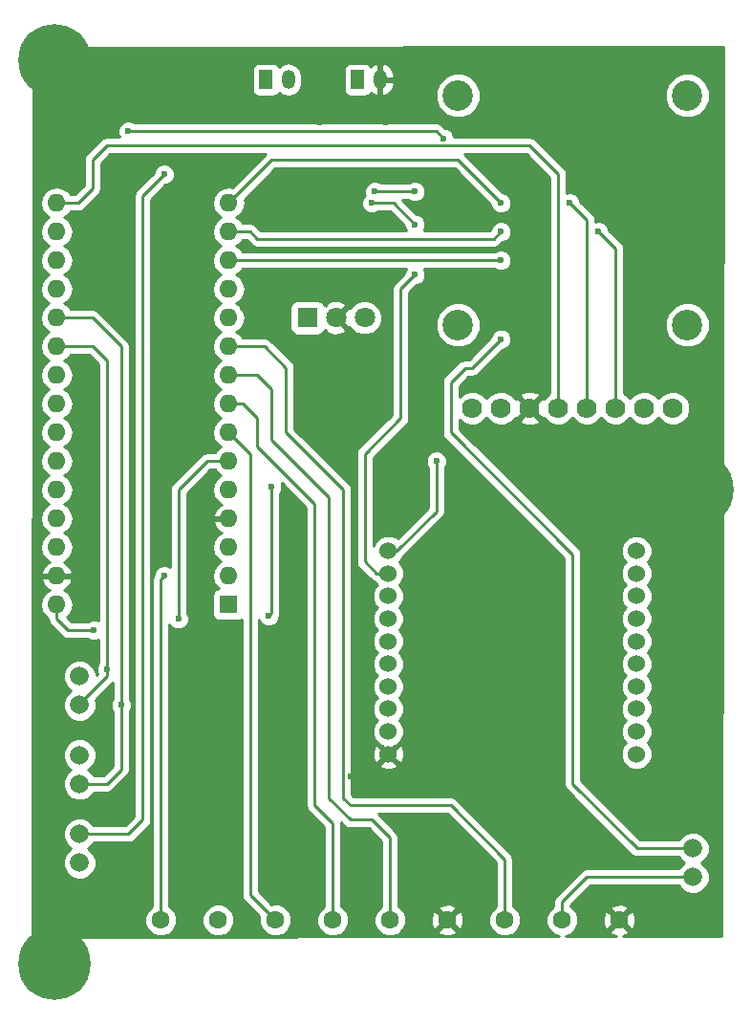
<source format=gbr>
G04 #@! TF.FileFunction,Copper,L2,Bot,Signal*
%FSLAX46Y46*%
G04 Gerber Fmt 4.6, Leading zero omitted, Abs format (unit mm)*
G04 Created by KiCad (PCBNEW 4.0.7) date 04/08/18 22:17:50*
%MOMM*%
%LPD*%
G01*
G04 APERTURE LIST*
%ADD10C,0.100000*%
%ADD11C,1.600000*%
%ADD12R,1.600000X1.600000*%
%ADD13O,1.600000X1.600000*%
%ADD14C,1.670000*%
%ADD15C,1.780000*%
%ADD16C,2.700000*%
%ADD17C,1.800000*%
%ADD18R,1.800000X1.800000*%
%ADD19R,1.200000X1.700000*%
%ADD20O,1.200000X1.700000*%
%ADD21C,1.524000*%
%ADD22C,6.400000*%
%ADD23C,0.600000*%
%ADD24C,0.250000*%
%ADD25C,0.254000*%
G04 APERTURE END LIST*
D10*
D11*
X112090000Y-137160000D03*
X107010000Y-137160000D03*
X101930000Y-137160000D03*
X96850000Y-137160000D03*
X91770000Y-137160000D03*
X86690000Y-137160000D03*
X81610000Y-137160000D03*
X76530000Y-137160000D03*
X71450000Y-137160000D03*
D12*
X77470000Y-109220000D03*
D13*
X62230000Y-76200000D03*
X77470000Y-106680000D03*
X62230000Y-78740000D03*
X77470000Y-104140000D03*
X62230000Y-81280000D03*
X77470000Y-101600000D03*
X62230000Y-83820000D03*
X77470000Y-99060000D03*
X62230000Y-86360000D03*
X77470000Y-96520000D03*
X62230000Y-88900000D03*
X77470000Y-93980000D03*
X62230000Y-91440000D03*
X77470000Y-91440000D03*
X62230000Y-93980000D03*
X77470000Y-88900000D03*
X62230000Y-96520000D03*
X77470000Y-86360000D03*
X62230000Y-99060000D03*
X77470000Y-83820000D03*
X62230000Y-101600000D03*
X77470000Y-81280000D03*
X62230000Y-104140000D03*
X77470000Y-78740000D03*
X62230000Y-106680000D03*
X77470000Y-76200000D03*
X62230000Y-109220000D03*
X77470000Y-73660000D03*
X62230000Y-73660000D03*
D14*
X64262000Y-132080000D03*
X64262000Y-129540000D03*
X118618000Y-130810000D03*
X118618000Y-133350000D03*
X64262000Y-125095000D03*
X64262000Y-122555000D03*
X64262000Y-118110000D03*
X64262000Y-115570000D03*
D15*
X99060000Y-91821000D03*
X101600000Y-91821000D03*
X106680000Y-91821000D03*
X104140000Y-91821000D03*
X109220000Y-91821000D03*
X111760000Y-91821000D03*
X114300000Y-91821000D03*
X116840000Y-91821000D03*
D16*
X118110000Y-64135000D03*
X97790000Y-64135000D03*
X97790000Y-84455000D03*
X118110000Y-84455000D03*
D17*
X89535000Y-83820000D03*
D18*
X84455000Y-83820000D03*
D17*
X86995000Y-83820000D03*
D19*
X80772000Y-62738000D03*
D20*
X82772000Y-62738000D03*
D19*
X88900000Y-62738000D03*
D20*
X90900000Y-62738000D03*
D21*
X91617800Y-104460040D03*
X91617800Y-106461560D03*
X91617800Y-108460540D03*
X91617800Y-110462060D03*
X91617800Y-112461040D03*
X91617800Y-114460020D03*
X91617800Y-116461540D03*
X91617800Y-118460520D03*
X91617800Y-120462040D03*
X91617800Y-122461020D03*
X113614200Y-122461020D03*
X113614200Y-120462040D03*
X113614200Y-118460520D03*
X113614200Y-116461540D03*
X113614200Y-114460020D03*
X113614200Y-112461040D03*
X113614200Y-110462060D03*
X113614200Y-108460540D03*
X113614200Y-106461560D03*
X113614200Y-104460040D03*
D22*
X62000000Y-61000000D03*
X119000000Y-99000000D03*
X62000000Y-141000000D03*
D23*
X101600000Y-85725000D03*
X96520000Y-67945000D03*
X68580000Y-67310000D03*
X118110000Y-119380000D03*
X83058000Y-109474000D03*
X83058000Y-105664000D03*
X76835000Y-115570000D03*
X81915000Y-112395000D03*
X89535000Y-93345000D03*
X84455000Y-93345000D03*
X83566000Y-74676000D03*
X91440000Y-66548000D03*
X85598000Y-66548000D03*
X76835000Y-118110000D03*
X88265000Y-124460000D03*
X97790000Y-98425000D03*
X67945000Y-118110000D03*
X71755000Y-106680000D03*
X66675000Y-114935000D03*
X73025000Y-110490000D03*
X90424000Y-72644000D03*
X93980000Y-72644000D03*
X101600000Y-78740000D03*
X110236000Y-76200000D03*
X101600000Y-76200000D03*
X81280000Y-98806000D03*
X81026000Y-110236000D03*
X65532000Y-111506000D03*
X107696000Y-73660000D03*
X101600000Y-73660000D03*
X95885000Y-96520000D03*
X71755000Y-71120000D03*
X93980000Y-80010000D03*
X93980000Y-75565000D03*
X90170000Y-73660000D03*
D24*
X93345000Y-67310000D02*
X95885000Y-67310000D01*
X113665000Y-130810000D02*
X118618000Y-130810000D01*
X107950000Y-125095000D02*
X113665000Y-130810000D01*
X107950000Y-104775000D02*
X107950000Y-125095000D01*
X97155000Y-93980000D02*
X107950000Y-104775000D01*
X97155000Y-89535000D02*
X97155000Y-93980000D01*
X98425000Y-88265000D02*
X97155000Y-89535000D01*
X99060000Y-88265000D02*
X98425000Y-88265000D01*
X101600000Y-85725000D02*
X99060000Y-88265000D01*
X95885000Y-67310000D02*
X96520000Y-67945000D01*
X93345000Y-67310000D02*
X68580000Y-67310000D01*
X64262000Y-125095000D02*
X66675000Y-125095000D01*
X66675000Y-125095000D02*
X67945000Y-123825000D01*
X67945000Y-123825000D02*
X67945000Y-118110000D01*
X67945000Y-118110000D02*
X67945000Y-86360000D01*
X67945000Y-86360000D02*
X65405000Y-83820000D01*
X65405000Y-83820000D02*
X62230000Y-83820000D01*
X71450000Y-137160000D02*
X71450000Y-106985000D01*
X71450000Y-106985000D02*
X71755000Y-106680000D01*
X64262000Y-118110000D02*
X64262000Y-117983000D01*
X64262000Y-117983000D02*
X66675000Y-115570000D01*
X66675000Y-115570000D02*
X66675000Y-114935000D01*
X66675000Y-114935000D02*
X66675000Y-87630000D01*
X66675000Y-87630000D02*
X65405000Y-86360000D01*
X65405000Y-86360000D02*
X62230000Y-86360000D01*
X77470000Y-96520000D02*
X75565000Y-96520000D01*
X73025000Y-99060000D02*
X73025000Y-110490000D01*
X75565000Y-96520000D02*
X73025000Y-99060000D01*
X77470000Y-93980000D02*
X79375000Y-95885000D01*
X79375000Y-95885000D02*
X79375000Y-134925000D01*
X79375000Y-134925000D02*
X81610000Y-137160000D01*
X86690000Y-137160000D02*
X86690000Y-128600000D01*
X86690000Y-128600000D02*
X85090000Y-127000000D01*
X85090000Y-127000000D02*
X85090000Y-100330000D01*
X85090000Y-100330000D02*
X80010000Y-95250000D01*
X80010000Y-95250000D02*
X80010000Y-92710000D01*
X80010000Y-92710000D02*
X78740000Y-91440000D01*
X78740000Y-91440000D02*
X77470000Y-91440000D01*
X91770000Y-137160000D02*
X91770000Y-129870000D01*
X91770000Y-129870000D02*
X90170000Y-128270000D01*
X90170000Y-128270000D02*
X88265000Y-128270000D01*
X88265000Y-128270000D02*
X86360000Y-126365000D01*
X86360000Y-126365000D02*
X86360000Y-99695000D01*
X86360000Y-99695000D02*
X81280000Y-94615000D01*
X81280000Y-94615000D02*
X81280000Y-90170000D01*
X81280000Y-90170000D02*
X80010000Y-88900000D01*
X80010000Y-88900000D02*
X77470000Y-88900000D01*
X101930000Y-137160000D02*
X101930000Y-131775000D01*
X101930000Y-131775000D02*
X97155000Y-127000000D01*
X97155000Y-127000000D02*
X88265000Y-127000000D01*
X88265000Y-127000000D02*
X87630000Y-126365000D01*
X87630000Y-126365000D02*
X87630000Y-99060000D01*
X87630000Y-99060000D02*
X82550000Y-93980000D01*
X82550000Y-93980000D02*
X82550000Y-88265000D01*
X82550000Y-88265000D02*
X80645000Y-86360000D01*
X80645000Y-86360000D02*
X77470000Y-86360000D01*
X107010000Y-137160000D02*
X107010000Y-135560000D01*
X107010000Y-135560000D02*
X109220000Y-133350000D01*
X109220000Y-133350000D02*
X118618000Y-133350000D01*
X93980000Y-72644000D02*
X90424000Y-72644000D01*
X101600000Y-78740000D02*
X77470000Y-78740000D01*
X111760000Y-78486000D02*
X111760000Y-77724000D01*
X111760000Y-77724000D02*
X110236000Y-76200000D01*
X111760000Y-80645000D02*
X111760000Y-91821000D01*
X111760000Y-80645000D02*
X111760000Y-78486000D01*
X101600000Y-76200000D02*
X100965000Y-76835000D01*
X100965000Y-76835000D02*
X80010000Y-76835000D01*
X80010000Y-76835000D02*
X79375000Y-76200000D01*
X79375000Y-76200000D02*
X77470000Y-76200000D01*
X62230000Y-109220000D02*
X62230000Y-110490000D01*
X81280000Y-109982000D02*
X81280000Y-98806000D01*
X81026000Y-110236000D02*
X81280000Y-109982000D01*
X63246000Y-111506000D02*
X65532000Y-111506000D01*
X62230000Y-110490000D02*
X63246000Y-111506000D01*
X109220000Y-75438000D02*
X109220000Y-75184000D01*
X109220000Y-75184000D02*
X107696000Y-73660000D01*
X109220000Y-91821000D02*
X109220000Y-80645000D01*
X109220000Y-80645000D02*
X109220000Y-75438000D01*
X101600000Y-73660000D02*
X97790000Y-69850000D01*
X97790000Y-69850000D02*
X81280000Y-69850000D01*
X81280000Y-69850000D02*
X77470000Y-73660000D01*
X106680000Y-91821000D02*
X106680000Y-71120000D01*
X106680000Y-71120000D02*
X104140000Y-68580000D01*
X104140000Y-68580000D02*
X66675000Y-68580000D01*
X66675000Y-68580000D02*
X65405000Y-69850000D01*
X65405000Y-69850000D02*
X65405000Y-72390000D01*
X65405000Y-72390000D02*
X64135000Y-73660000D01*
X64135000Y-73660000D02*
X62230000Y-73660000D01*
X92389960Y-104460040D02*
X91617800Y-104460040D01*
X95885000Y-100965000D02*
X92389960Y-104460040D01*
X95885000Y-96520000D02*
X95885000Y-100965000D01*
X69850000Y-73025000D02*
X71755000Y-71120000D01*
X69850000Y-128270000D02*
X69850000Y-73025000D01*
X68580000Y-129540000D02*
X69850000Y-128270000D01*
X68580000Y-129540000D02*
X64262000Y-129540000D01*
X91617800Y-106461560D02*
X90586560Y-106461560D01*
X90586560Y-106461560D02*
X89535000Y-105410000D01*
X89535000Y-105410000D02*
X89535000Y-95885000D01*
X89535000Y-95885000D02*
X92710000Y-92710000D01*
X92710000Y-92710000D02*
X92710000Y-81280000D01*
X92710000Y-81280000D02*
X93980000Y-80010000D01*
X93980000Y-75565000D02*
X92075000Y-73660000D01*
X92075000Y-73660000D02*
X90170000Y-73660000D01*
D25*
G36*
X121222562Y-98526341D02*
X120895845Y-97735628D01*
X120267679Y-97106364D01*
X119446519Y-96765389D01*
X118557381Y-96764613D01*
X117735628Y-97104155D01*
X117106364Y-97732321D01*
X116765389Y-98553481D01*
X116764613Y-99442619D01*
X117104155Y-100264372D01*
X117732321Y-100893636D01*
X118553481Y-101234611D01*
X119442619Y-101235387D01*
X120264372Y-100895845D01*
X120893636Y-100267679D01*
X121221030Y-99479227D01*
X121158203Y-138557262D01*
X112454307Y-138575282D01*
X112844005Y-138413864D01*
X112918139Y-138167745D01*
X112090000Y-137339605D01*
X111261861Y-138167745D01*
X111335995Y-138413864D01*
X111788911Y-138576660D01*
X107316764Y-138585919D01*
X107821800Y-138377243D01*
X108225824Y-137973923D01*
X108444750Y-137446691D01*
X108445189Y-136943223D01*
X110643035Y-136943223D01*
X110670222Y-137513454D01*
X110836136Y-137914005D01*
X111082255Y-137988139D01*
X111910395Y-137160000D01*
X112269605Y-137160000D01*
X113097745Y-137988139D01*
X113343864Y-137914005D01*
X113536965Y-137376777D01*
X113509778Y-136806546D01*
X113343864Y-136405995D01*
X113097745Y-136331861D01*
X112269605Y-137160000D01*
X111910395Y-137160000D01*
X111082255Y-136331861D01*
X110836136Y-136405995D01*
X110643035Y-136943223D01*
X108445189Y-136943223D01*
X108445248Y-136875813D01*
X108227243Y-136348200D01*
X108031640Y-136152255D01*
X111261861Y-136152255D01*
X112090000Y-136980395D01*
X112918139Y-136152255D01*
X112844005Y-135906136D01*
X112306777Y-135713035D01*
X111736546Y-135740222D01*
X111335995Y-135906136D01*
X111261861Y-136152255D01*
X108031640Y-136152255D01*
X107823923Y-135944176D01*
X107770000Y-135921785D01*
X107770000Y-135874802D01*
X109534802Y-134110000D01*
X117341483Y-134110000D01*
X117371068Y-134181600D01*
X117784225Y-134595479D01*
X118324316Y-134819744D01*
X118909118Y-134820255D01*
X119449600Y-134596932D01*
X119863479Y-134183775D01*
X120087744Y-133643684D01*
X120088255Y-133058882D01*
X119864932Y-132518400D01*
X119451775Y-132104521D01*
X119393245Y-132080217D01*
X119449600Y-132056932D01*
X119863479Y-131643775D01*
X120087744Y-131103684D01*
X120088255Y-130518882D01*
X119864932Y-129978400D01*
X119451775Y-129564521D01*
X118911684Y-129340256D01*
X118326882Y-129339745D01*
X117786400Y-129563068D01*
X117372521Y-129976225D01*
X117341887Y-130050000D01*
X113979803Y-130050000D01*
X108710000Y-124780198D01*
X108710000Y-104775000D01*
X108702382Y-104736701D01*
X112216958Y-104736701D01*
X112429190Y-105250343D01*
X112639302Y-105460823D01*
X112430571Y-105669190D01*
X112217443Y-106182460D01*
X112216958Y-106738221D01*
X112429190Y-107251863D01*
X112638032Y-107461070D01*
X112430571Y-107668170D01*
X112217443Y-108181440D01*
X112216958Y-108737201D01*
X112429190Y-109250843D01*
X112639302Y-109461323D01*
X112430571Y-109669690D01*
X112217443Y-110182960D01*
X112216958Y-110738721D01*
X112429190Y-111252363D01*
X112638032Y-111461570D01*
X112430571Y-111668670D01*
X112217443Y-112181940D01*
X112216958Y-112737701D01*
X112429190Y-113251343D01*
X112638032Y-113460550D01*
X112430571Y-113667650D01*
X112217443Y-114180920D01*
X112216958Y-114736681D01*
X112429190Y-115250323D01*
X112639302Y-115460803D01*
X112430571Y-115669170D01*
X112217443Y-116182440D01*
X112216958Y-116738201D01*
X112429190Y-117251843D01*
X112638032Y-117461050D01*
X112430571Y-117668150D01*
X112217443Y-118181420D01*
X112216958Y-118737181D01*
X112429190Y-119250823D01*
X112639302Y-119461303D01*
X112430571Y-119669670D01*
X112217443Y-120182940D01*
X112216958Y-120738701D01*
X112429190Y-121252343D01*
X112638032Y-121461550D01*
X112430571Y-121668650D01*
X112217443Y-122181920D01*
X112216958Y-122737681D01*
X112429190Y-123251323D01*
X112821830Y-123644649D01*
X113335100Y-123857777D01*
X113890861Y-123858262D01*
X114404503Y-123646030D01*
X114797829Y-123253390D01*
X115010957Y-122740120D01*
X115011442Y-122184359D01*
X114799210Y-121670717D01*
X114590368Y-121461510D01*
X114797829Y-121254410D01*
X115010957Y-120741140D01*
X115011442Y-120185379D01*
X114799210Y-119671737D01*
X114589098Y-119461257D01*
X114797829Y-119252890D01*
X115010957Y-118739620D01*
X115011442Y-118183859D01*
X114799210Y-117670217D01*
X114590368Y-117461010D01*
X114797829Y-117253910D01*
X115010957Y-116740640D01*
X115011442Y-116184879D01*
X114799210Y-115671237D01*
X114589098Y-115460757D01*
X114797829Y-115252390D01*
X115010957Y-114739120D01*
X115011442Y-114183359D01*
X114799210Y-113669717D01*
X114590368Y-113460510D01*
X114797829Y-113253410D01*
X115010957Y-112740140D01*
X115011442Y-112184379D01*
X114799210Y-111670737D01*
X114590368Y-111461530D01*
X114797829Y-111254430D01*
X115010957Y-110741160D01*
X115011442Y-110185399D01*
X114799210Y-109671757D01*
X114589098Y-109461277D01*
X114797829Y-109252910D01*
X115010957Y-108739640D01*
X115011442Y-108183879D01*
X114799210Y-107670237D01*
X114590368Y-107461030D01*
X114797829Y-107253930D01*
X115010957Y-106740660D01*
X115011442Y-106184899D01*
X114799210Y-105671257D01*
X114589098Y-105460777D01*
X114797829Y-105252410D01*
X115010957Y-104739140D01*
X115011442Y-104183379D01*
X114799210Y-103669737D01*
X114406570Y-103276411D01*
X113893300Y-103063283D01*
X113337539Y-103062798D01*
X112823897Y-103275030D01*
X112430571Y-103667670D01*
X112217443Y-104180940D01*
X112216958Y-104736701D01*
X108702382Y-104736701D01*
X108652148Y-104484161D01*
X108652148Y-104484160D01*
X108487401Y-104237599D01*
X97915000Y-93665198D01*
X97915000Y-92832561D01*
X98195029Y-93113079D01*
X98755328Y-93345735D01*
X99362011Y-93346265D01*
X99922715Y-93114586D01*
X100330335Y-92707677D01*
X100735029Y-93113079D01*
X101295328Y-93345735D01*
X101902011Y-93346265D01*
X102462715Y-93114586D01*
X102683765Y-92893921D01*
X103246684Y-92893921D01*
X103331865Y-93149368D01*
X103901725Y-93357512D01*
X104507860Y-93331736D01*
X104948135Y-93149368D01*
X105033316Y-92893921D01*
X104140000Y-92000605D01*
X103246684Y-92893921D01*
X102683765Y-92893921D01*
X102892079Y-92685971D01*
X102903025Y-92659611D01*
X103067079Y-92714316D01*
X103960395Y-91821000D01*
X103067079Y-90927684D01*
X102903483Y-90982237D01*
X102893586Y-90958285D01*
X102683747Y-90748079D01*
X103246684Y-90748079D01*
X104140000Y-91641395D01*
X105033316Y-90748079D01*
X104948135Y-90492632D01*
X104378275Y-90284488D01*
X103772140Y-90310264D01*
X103331865Y-90492632D01*
X103246684Y-90748079D01*
X102683747Y-90748079D01*
X102464971Y-90528921D01*
X101904672Y-90296265D01*
X101297989Y-90295735D01*
X100737285Y-90527414D01*
X100329665Y-90934323D01*
X99924971Y-90528921D01*
X99364672Y-90296265D01*
X98757989Y-90295735D01*
X98197285Y-90527414D01*
X97915000Y-90809207D01*
X97915000Y-89849802D01*
X98739802Y-89025000D01*
X99060000Y-89025000D01*
X99350839Y-88967148D01*
X99597401Y-88802401D01*
X101739680Y-86660122D01*
X101785167Y-86660162D01*
X102128943Y-86518117D01*
X102392192Y-86255327D01*
X102534838Y-85911799D01*
X102535162Y-85539833D01*
X102393117Y-85196057D01*
X102130327Y-84932808D01*
X101786799Y-84790162D01*
X101414833Y-84789838D01*
X101071057Y-84931883D01*
X100807808Y-85194673D01*
X100665162Y-85538201D01*
X100665121Y-85585077D01*
X98745198Y-87505000D01*
X98425000Y-87505000D01*
X98134160Y-87562852D01*
X97887599Y-87727599D01*
X96617599Y-88997599D01*
X96452852Y-89244161D01*
X96395000Y-89535000D01*
X96395000Y-93980000D01*
X96452852Y-94270839D01*
X96617599Y-94517401D01*
X107190000Y-105089802D01*
X107190000Y-125095000D01*
X107247852Y-125385839D01*
X107412599Y-125632401D01*
X113127599Y-131347402D01*
X113332275Y-131484161D01*
X113374161Y-131512148D01*
X113665000Y-131570000D01*
X117341483Y-131570000D01*
X117371068Y-131641600D01*
X117784225Y-132055479D01*
X117842755Y-132079783D01*
X117786400Y-132103068D01*
X117372521Y-132516225D01*
X117341887Y-132590000D01*
X109220000Y-132590000D01*
X108929161Y-132647852D01*
X108682599Y-132812599D01*
X106472599Y-135022599D01*
X106307852Y-135269161D01*
X106250000Y-135560000D01*
X106250000Y-135921354D01*
X106198200Y-135942757D01*
X105794176Y-136346077D01*
X105575250Y-136873309D01*
X105574752Y-137444187D01*
X105792757Y-137971800D01*
X106196077Y-138375824D01*
X106705092Y-138587186D01*
X60071205Y-138683736D01*
X60085437Y-129831118D01*
X62791745Y-129831118D01*
X63015068Y-130371600D01*
X63428225Y-130785479D01*
X63486755Y-130809783D01*
X63430400Y-130833068D01*
X63016521Y-131246225D01*
X62792256Y-131786316D01*
X62791745Y-132371118D01*
X63015068Y-132911600D01*
X63428225Y-133325479D01*
X63968316Y-133549744D01*
X64553118Y-133550255D01*
X65093600Y-133326932D01*
X65507479Y-132913775D01*
X65731744Y-132373684D01*
X65732255Y-131788882D01*
X65508932Y-131248400D01*
X65095775Y-130834521D01*
X65037245Y-130810217D01*
X65093600Y-130786932D01*
X65507479Y-130373775D01*
X65538113Y-130300000D01*
X68580000Y-130300000D01*
X68870839Y-130242148D01*
X69117401Y-130077401D01*
X70387401Y-128807401D01*
X70552148Y-128560840D01*
X70610000Y-128270000D01*
X70610000Y-73339802D01*
X71894680Y-72055122D01*
X71940167Y-72055162D01*
X72283943Y-71913117D01*
X72547192Y-71650327D01*
X72689838Y-71306799D01*
X72690162Y-70934833D01*
X72548117Y-70591057D01*
X72285327Y-70327808D01*
X71941799Y-70185162D01*
X71569833Y-70184838D01*
X71226057Y-70326883D01*
X70962808Y-70589673D01*
X70820162Y-70933201D01*
X70820121Y-70980077D01*
X69312599Y-72487599D01*
X69147852Y-72734161D01*
X69090000Y-73025000D01*
X69090000Y-127955198D01*
X68265198Y-128780000D01*
X65538517Y-128780000D01*
X65508932Y-128708400D01*
X65095775Y-128294521D01*
X64555684Y-128070256D01*
X63970882Y-128069745D01*
X63430400Y-128293068D01*
X63016521Y-128706225D01*
X62792256Y-129246316D01*
X62791745Y-129831118D01*
X60085437Y-129831118D01*
X60175744Y-73660000D01*
X60766887Y-73660000D01*
X60876120Y-74209151D01*
X61187189Y-74674698D01*
X61569275Y-74930000D01*
X61187189Y-75185302D01*
X60876120Y-75650849D01*
X60766887Y-76200000D01*
X60876120Y-76749151D01*
X61187189Y-77214698D01*
X61569275Y-77470000D01*
X61187189Y-77725302D01*
X60876120Y-78190849D01*
X60766887Y-78740000D01*
X60876120Y-79289151D01*
X61187189Y-79754698D01*
X61569275Y-80010000D01*
X61187189Y-80265302D01*
X60876120Y-80730849D01*
X60766887Y-81280000D01*
X60876120Y-81829151D01*
X61187189Y-82294698D01*
X61569275Y-82550000D01*
X61187189Y-82805302D01*
X60876120Y-83270849D01*
X60766887Y-83820000D01*
X60876120Y-84369151D01*
X61187189Y-84834698D01*
X61569275Y-85090000D01*
X61187189Y-85345302D01*
X60876120Y-85810849D01*
X60766887Y-86360000D01*
X60876120Y-86909151D01*
X61187189Y-87374698D01*
X61569275Y-87630000D01*
X61187189Y-87885302D01*
X60876120Y-88350849D01*
X60766887Y-88900000D01*
X60876120Y-89449151D01*
X61187189Y-89914698D01*
X61569275Y-90170000D01*
X61187189Y-90425302D01*
X60876120Y-90890849D01*
X60766887Y-91440000D01*
X60876120Y-91989151D01*
X61187189Y-92454698D01*
X61569275Y-92710000D01*
X61187189Y-92965302D01*
X60876120Y-93430849D01*
X60766887Y-93980000D01*
X60876120Y-94529151D01*
X61187189Y-94994698D01*
X61569275Y-95250000D01*
X61187189Y-95505302D01*
X60876120Y-95970849D01*
X60766887Y-96520000D01*
X60876120Y-97069151D01*
X61187189Y-97534698D01*
X61569275Y-97790000D01*
X61187189Y-98045302D01*
X60876120Y-98510849D01*
X60766887Y-99060000D01*
X60876120Y-99609151D01*
X61187189Y-100074698D01*
X61569275Y-100330000D01*
X61187189Y-100585302D01*
X60876120Y-101050849D01*
X60766887Y-101600000D01*
X60876120Y-102149151D01*
X61187189Y-102614698D01*
X61569275Y-102870000D01*
X61187189Y-103125302D01*
X60876120Y-103590849D01*
X60766887Y-104140000D01*
X60876120Y-104689151D01*
X61187189Y-105154698D01*
X61591703Y-105424986D01*
X61374866Y-105527611D01*
X60998959Y-105942577D01*
X60838096Y-106330961D01*
X60960085Y-106553000D01*
X62103000Y-106553000D01*
X62103000Y-106533000D01*
X62357000Y-106533000D01*
X62357000Y-106553000D01*
X63499915Y-106553000D01*
X63621904Y-106330961D01*
X63461041Y-105942577D01*
X63085134Y-105527611D01*
X62868297Y-105424986D01*
X63272811Y-105154698D01*
X63583880Y-104689151D01*
X63693113Y-104140000D01*
X63583880Y-103590849D01*
X63272811Y-103125302D01*
X62890725Y-102870000D01*
X63272811Y-102614698D01*
X63583880Y-102149151D01*
X63693113Y-101600000D01*
X63583880Y-101050849D01*
X63272811Y-100585302D01*
X62890725Y-100330000D01*
X63272811Y-100074698D01*
X63583880Y-99609151D01*
X63693113Y-99060000D01*
X63583880Y-98510849D01*
X63272811Y-98045302D01*
X62890725Y-97790000D01*
X63272811Y-97534698D01*
X63583880Y-97069151D01*
X63693113Y-96520000D01*
X63583880Y-95970849D01*
X63272811Y-95505302D01*
X62890725Y-95250000D01*
X63272811Y-94994698D01*
X63583880Y-94529151D01*
X63693113Y-93980000D01*
X63583880Y-93430849D01*
X63272811Y-92965302D01*
X62890725Y-92710000D01*
X63272811Y-92454698D01*
X63583880Y-91989151D01*
X63693113Y-91440000D01*
X63583880Y-90890849D01*
X63272811Y-90425302D01*
X62890725Y-90170000D01*
X63272811Y-89914698D01*
X63583880Y-89449151D01*
X63693113Y-88900000D01*
X63583880Y-88350849D01*
X63272811Y-87885302D01*
X62890725Y-87630000D01*
X63272811Y-87374698D01*
X63442995Y-87120000D01*
X65090198Y-87120000D01*
X65915000Y-87944802D01*
X65915000Y-110652632D01*
X65718799Y-110571162D01*
X65346833Y-110570838D01*
X65003057Y-110712883D01*
X64969882Y-110746000D01*
X63560802Y-110746000D01*
X63138946Y-110324144D01*
X63272811Y-110234698D01*
X63583880Y-109769151D01*
X63693113Y-109220000D01*
X63583880Y-108670849D01*
X63272811Y-108205302D01*
X62868297Y-107935014D01*
X63085134Y-107832389D01*
X63461041Y-107417423D01*
X63621904Y-107029039D01*
X63499915Y-106807000D01*
X62357000Y-106807000D01*
X62357000Y-106827000D01*
X62103000Y-106827000D01*
X62103000Y-106807000D01*
X60960085Y-106807000D01*
X60838096Y-107029039D01*
X60998959Y-107417423D01*
X61374866Y-107832389D01*
X61591703Y-107935014D01*
X61187189Y-108205302D01*
X60876120Y-108670849D01*
X60766887Y-109220000D01*
X60876120Y-109769151D01*
X61187189Y-110234698D01*
X61470000Y-110423667D01*
X61470000Y-110490000D01*
X61527852Y-110780839D01*
X61692599Y-111027401D01*
X62708599Y-112043401D01*
X62955161Y-112208148D01*
X63246000Y-112266000D01*
X64969537Y-112266000D01*
X65001673Y-112298192D01*
X65345201Y-112440838D01*
X65717167Y-112441162D01*
X65915000Y-112359419D01*
X65915000Y-114372537D01*
X65882808Y-114404673D01*
X65740162Y-114748201D01*
X65739838Y-115120167D01*
X65830533Y-115339665D01*
X65732116Y-115438082D01*
X65732255Y-115278882D01*
X65508932Y-114738400D01*
X65095775Y-114324521D01*
X64555684Y-114100256D01*
X63970882Y-114099745D01*
X63430400Y-114323068D01*
X63016521Y-114736225D01*
X62792256Y-115276316D01*
X62791745Y-115861118D01*
X63015068Y-116401600D01*
X63428225Y-116815479D01*
X63486755Y-116839783D01*
X63430400Y-116863068D01*
X63016521Y-117276225D01*
X62792256Y-117816316D01*
X62791745Y-118401118D01*
X63015068Y-118941600D01*
X63428225Y-119355479D01*
X63968316Y-119579744D01*
X64553118Y-119580255D01*
X65093600Y-119356932D01*
X65507479Y-118943775D01*
X65731744Y-118403684D01*
X65732255Y-117818882D01*
X65664617Y-117655185D01*
X67185000Y-116134802D01*
X67185000Y-117547537D01*
X67152808Y-117579673D01*
X67010162Y-117923201D01*
X67009838Y-118295167D01*
X67151883Y-118638943D01*
X67185000Y-118672118D01*
X67185000Y-123510198D01*
X66360198Y-124335000D01*
X65538517Y-124335000D01*
X65508932Y-124263400D01*
X65095775Y-123849521D01*
X65037245Y-123825217D01*
X65093600Y-123801932D01*
X65507479Y-123388775D01*
X65731744Y-122848684D01*
X65732255Y-122263882D01*
X65508932Y-121723400D01*
X65095775Y-121309521D01*
X64555684Y-121085256D01*
X63970882Y-121084745D01*
X63430400Y-121308068D01*
X63016521Y-121721225D01*
X62792256Y-122261316D01*
X62791745Y-122846118D01*
X63015068Y-123386600D01*
X63428225Y-123800479D01*
X63486755Y-123824783D01*
X63430400Y-123848068D01*
X63016521Y-124261225D01*
X62792256Y-124801316D01*
X62791745Y-125386118D01*
X63015068Y-125926600D01*
X63428225Y-126340479D01*
X63968316Y-126564744D01*
X64553118Y-126565255D01*
X65093600Y-126341932D01*
X65507479Y-125928775D01*
X65538113Y-125855000D01*
X66675000Y-125855000D01*
X66965839Y-125797148D01*
X67212401Y-125632401D01*
X68482401Y-124362401D01*
X68647148Y-124115840D01*
X68705000Y-123825000D01*
X68705000Y-118672463D01*
X68737192Y-118640327D01*
X68879838Y-118296799D01*
X68880162Y-117924833D01*
X68738117Y-117581057D01*
X68705000Y-117547882D01*
X68705000Y-86360000D01*
X68647148Y-86069161D01*
X68647148Y-86069160D01*
X68482401Y-85822599D01*
X65942401Y-83282599D01*
X65695839Y-83117852D01*
X65405000Y-83060000D01*
X63442995Y-83060000D01*
X63272811Y-82805302D01*
X62890725Y-82550000D01*
X63272811Y-82294698D01*
X63583880Y-81829151D01*
X63693113Y-81280000D01*
X63583880Y-80730849D01*
X63272811Y-80265302D01*
X62890725Y-80010000D01*
X63272811Y-79754698D01*
X63583880Y-79289151D01*
X63693113Y-78740000D01*
X63583880Y-78190849D01*
X63272811Y-77725302D01*
X62890725Y-77470000D01*
X63272811Y-77214698D01*
X63583880Y-76749151D01*
X63693113Y-76200000D01*
X63583880Y-75650849D01*
X63272811Y-75185302D01*
X62890725Y-74930000D01*
X63272811Y-74674698D01*
X63442995Y-74420000D01*
X64135000Y-74420000D01*
X64425839Y-74362148D01*
X64672401Y-74197401D01*
X65942401Y-72927401D01*
X66107148Y-72680840D01*
X66165000Y-72390000D01*
X66165000Y-70164802D01*
X66989802Y-69340000D01*
X80715198Y-69340000D01*
X77775102Y-72280096D01*
X77498113Y-72225000D01*
X77441887Y-72225000D01*
X76892736Y-72334233D01*
X76427189Y-72645302D01*
X76116120Y-73110849D01*
X76006887Y-73660000D01*
X76116120Y-74209151D01*
X76427189Y-74674698D01*
X76809275Y-74930000D01*
X76427189Y-75185302D01*
X76116120Y-75650849D01*
X76006887Y-76200000D01*
X76116120Y-76749151D01*
X76427189Y-77214698D01*
X76809275Y-77470000D01*
X76427189Y-77725302D01*
X76116120Y-78190849D01*
X76006887Y-78740000D01*
X76116120Y-79289151D01*
X76427189Y-79754698D01*
X76809275Y-80010000D01*
X76427189Y-80265302D01*
X76116120Y-80730849D01*
X76006887Y-81280000D01*
X76116120Y-81829151D01*
X76427189Y-82294698D01*
X76809275Y-82550000D01*
X76427189Y-82805302D01*
X76116120Y-83270849D01*
X76006887Y-83820000D01*
X76116120Y-84369151D01*
X76427189Y-84834698D01*
X76809275Y-85090000D01*
X76427189Y-85345302D01*
X76116120Y-85810849D01*
X76006887Y-86360000D01*
X76116120Y-86909151D01*
X76427189Y-87374698D01*
X76809275Y-87630000D01*
X76427189Y-87885302D01*
X76116120Y-88350849D01*
X76006887Y-88900000D01*
X76116120Y-89449151D01*
X76427189Y-89914698D01*
X76809275Y-90170000D01*
X76427189Y-90425302D01*
X76116120Y-90890849D01*
X76006887Y-91440000D01*
X76116120Y-91989151D01*
X76427189Y-92454698D01*
X76809275Y-92710000D01*
X76427189Y-92965302D01*
X76116120Y-93430849D01*
X76006887Y-93980000D01*
X76116120Y-94529151D01*
X76427189Y-94994698D01*
X76809275Y-95250000D01*
X76427189Y-95505302D01*
X76257005Y-95760000D01*
X75565000Y-95760000D01*
X75322414Y-95808254D01*
X75274160Y-95817852D01*
X75027599Y-95982599D01*
X72487599Y-98522599D01*
X72322852Y-98769161D01*
X72265000Y-99060000D01*
X72265000Y-105879367D01*
X71941799Y-105745162D01*
X71569833Y-105744838D01*
X71226057Y-105886883D01*
X70962808Y-106149673D01*
X70820162Y-106493201D01*
X70820081Y-106586062D01*
X70747852Y-106694161D01*
X70690000Y-106985000D01*
X70690000Y-135921354D01*
X70638200Y-135942757D01*
X70234176Y-136346077D01*
X70015250Y-136873309D01*
X70014752Y-137444187D01*
X70232757Y-137971800D01*
X70636077Y-138375824D01*
X71163309Y-138594750D01*
X71734187Y-138595248D01*
X72261800Y-138377243D01*
X72665824Y-137973923D01*
X72884750Y-137446691D01*
X72884752Y-137444187D01*
X75094752Y-137444187D01*
X75312757Y-137971800D01*
X75716077Y-138375824D01*
X76243309Y-138594750D01*
X76814187Y-138595248D01*
X77341800Y-138377243D01*
X77745824Y-137973923D01*
X77964750Y-137446691D01*
X77965248Y-136875813D01*
X77747243Y-136348200D01*
X77343923Y-135944176D01*
X76816691Y-135725250D01*
X76245813Y-135724752D01*
X75718200Y-135942757D01*
X75314176Y-136346077D01*
X75095250Y-136873309D01*
X75094752Y-137444187D01*
X72884752Y-137444187D01*
X72885248Y-136875813D01*
X72667243Y-136348200D01*
X72263923Y-135944176D01*
X72210000Y-135921785D01*
X72210000Y-110965982D01*
X72231883Y-111018943D01*
X72494673Y-111282192D01*
X72838201Y-111424838D01*
X73210167Y-111425162D01*
X73553943Y-111283117D01*
X73817192Y-111020327D01*
X73959838Y-110676799D01*
X73960162Y-110304833D01*
X73818117Y-109961057D01*
X73785000Y-109927882D01*
X73785000Y-99374802D01*
X75879802Y-97280000D01*
X76257005Y-97280000D01*
X76427189Y-97534698D01*
X76809275Y-97790000D01*
X76427189Y-98045302D01*
X76116120Y-98510849D01*
X76006887Y-99060000D01*
X76116120Y-99609151D01*
X76427189Y-100074698D01*
X76831703Y-100344986D01*
X76614866Y-100447611D01*
X76238959Y-100862577D01*
X76078096Y-101250961D01*
X76200085Y-101473000D01*
X77343000Y-101473000D01*
X77343000Y-101453000D01*
X77597000Y-101453000D01*
X77597000Y-101473000D01*
X77617000Y-101473000D01*
X77617000Y-101727000D01*
X77597000Y-101727000D01*
X77597000Y-101747000D01*
X77343000Y-101747000D01*
X77343000Y-101727000D01*
X76200085Y-101727000D01*
X76078096Y-101949039D01*
X76238959Y-102337423D01*
X76614866Y-102752389D01*
X76831703Y-102855014D01*
X76427189Y-103125302D01*
X76116120Y-103590849D01*
X76006887Y-104140000D01*
X76116120Y-104689151D01*
X76427189Y-105154698D01*
X76809275Y-105410000D01*
X76427189Y-105665302D01*
X76116120Y-106130849D01*
X76006887Y-106680000D01*
X76116120Y-107229151D01*
X76427189Y-107694698D01*
X76571465Y-107791101D01*
X76434683Y-107816838D01*
X76218559Y-107955910D01*
X76073569Y-108168110D01*
X76022560Y-108420000D01*
X76022560Y-110020000D01*
X76066838Y-110255317D01*
X76205910Y-110471441D01*
X76418110Y-110616431D01*
X76670000Y-110667440D01*
X78270000Y-110667440D01*
X78505317Y-110623162D01*
X78615000Y-110552583D01*
X78615000Y-134925000D01*
X78672852Y-135215839D01*
X78837599Y-135462401D01*
X80196744Y-136821546D01*
X80175250Y-136873309D01*
X80174752Y-137444187D01*
X80392757Y-137971800D01*
X80796077Y-138375824D01*
X81323309Y-138594750D01*
X81894187Y-138595248D01*
X82421800Y-138377243D01*
X82825824Y-137973923D01*
X83044750Y-137446691D01*
X83045248Y-136875813D01*
X82827243Y-136348200D01*
X82423923Y-135944176D01*
X81896691Y-135725250D01*
X81325813Y-135724752D01*
X81271851Y-135747049D01*
X80135000Y-134610198D01*
X80135000Y-110528047D01*
X80232883Y-110764943D01*
X80495673Y-111028192D01*
X80839201Y-111170838D01*
X81211167Y-111171162D01*
X81554943Y-111029117D01*
X81818192Y-110766327D01*
X81960838Y-110422799D01*
X81960941Y-110304579D01*
X81982148Y-110272840D01*
X82040000Y-109982000D01*
X82040000Y-99368463D01*
X82072192Y-99336327D01*
X82214838Y-98992799D01*
X82215162Y-98620833D01*
X82151178Y-98465980D01*
X84330000Y-100644802D01*
X84330000Y-127000000D01*
X84387852Y-127290839D01*
X84552599Y-127537401D01*
X85930000Y-128914802D01*
X85930000Y-135921354D01*
X85878200Y-135942757D01*
X85474176Y-136346077D01*
X85255250Y-136873309D01*
X85254752Y-137444187D01*
X85472757Y-137971800D01*
X85876077Y-138375824D01*
X86403309Y-138594750D01*
X86974187Y-138595248D01*
X87501800Y-138377243D01*
X87905824Y-137973923D01*
X88124750Y-137446691D01*
X88125248Y-136875813D01*
X87907243Y-136348200D01*
X87503923Y-135944176D01*
X87450000Y-135921785D01*
X87450000Y-128600000D01*
X87432569Y-128512371D01*
X87727599Y-128807401D01*
X87974161Y-128972148D01*
X88265000Y-129030000D01*
X89855198Y-129030000D01*
X91010000Y-130184802D01*
X91010000Y-135921354D01*
X90958200Y-135942757D01*
X90554176Y-136346077D01*
X90335250Y-136873309D01*
X90334752Y-137444187D01*
X90552757Y-137971800D01*
X90956077Y-138375824D01*
X91483309Y-138594750D01*
X92054187Y-138595248D01*
X92581800Y-138377243D01*
X92791663Y-138167745D01*
X96021861Y-138167745D01*
X96095995Y-138413864D01*
X96633223Y-138606965D01*
X97203454Y-138579778D01*
X97604005Y-138413864D01*
X97678139Y-138167745D01*
X96850000Y-137339605D01*
X96021861Y-138167745D01*
X92791663Y-138167745D01*
X92985824Y-137973923D01*
X93204750Y-137446691D01*
X93205189Y-136943223D01*
X95403035Y-136943223D01*
X95430222Y-137513454D01*
X95596136Y-137914005D01*
X95842255Y-137988139D01*
X96670395Y-137160000D01*
X97029605Y-137160000D01*
X97857745Y-137988139D01*
X98103864Y-137914005D01*
X98296965Y-137376777D01*
X98269778Y-136806546D01*
X98103864Y-136405995D01*
X97857745Y-136331861D01*
X97029605Y-137160000D01*
X96670395Y-137160000D01*
X95842255Y-136331861D01*
X95596136Y-136405995D01*
X95403035Y-136943223D01*
X93205189Y-136943223D01*
X93205248Y-136875813D01*
X92987243Y-136348200D01*
X92791640Y-136152255D01*
X96021861Y-136152255D01*
X96850000Y-136980395D01*
X97678139Y-136152255D01*
X97604005Y-135906136D01*
X97066777Y-135713035D01*
X96496546Y-135740222D01*
X96095995Y-135906136D01*
X96021861Y-136152255D01*
X92791640Y-136152255D01*
X92583923Y-135944176D01*
X92530000Y-135921785D01*
X92530000Y-129870000D01*
X92472148Y-129579161D01*
X92307401Y-129332599D01*
X90734802Y-127760000D01*
X96840198Y-127760000D01*
X101170000Y-132089802D01*
X101170000Y-135921354D01*
X101118200Y-135942757D01*
X100714176Y-136346077D01*
X100495250Y-136873309D01*
X100494752Y-137444187D01*
X100712757Y-137971800D01*
X101116077Y-138375824D01*
X101643309Y-138594750D01*
X102214187Y-138595248D01*
X102741800Y-138377243D01*
X103145824Y-137973923D01*
X103364750Y-137446691D01*
X103365248Y-136875813D01*
X103147243Y-136348200D01*
X102743923Y-135944176D01*
X102690000Y-135921785D01*
X102690000Y-131775000D01*
X102632148Y-131484161D01*
X102467401Y-131237599D01*
X97692401Y-126462599D01*
X97445839Y-126297852D01*
X97155000Y-126240000D01*
X88579802Y-126240000D01*
X88390000Y-126050198D01*
X88390000Y-123441233D01*
X90817192Y-123441233D01*
X90886657Y-123683417D01*
X91410102Y-123870164D01*
X91965168Y-123842382D01*
X92348943Y-123683417D01*
X92418408Y-123441233D01*
X91617800Y-122640625D01*
X90817192Y-123441233D01*
X88390000Y-123441233D01*
X88390000Y-122253322D01*
X90208656Y-122253322D01*
X90236438Y-122808388D01*
X90395403Y-123192163D01*
X90637587Y-123261628D01*
X91438195Y-122461020D01*
X91797405Y-122461020D01*
X92598013Y-123261628D01*
X92840197Y-123192163D01*
X93026944Y-122668718D01*
X92999162Y-122113652D01*
X92840197Y-121729877D01*
X92598013Y-121660412D01*
X91797405Y-122461020D01*
X91438195Y-122461020D01*
X90637587Y-121660412D01*
X90395403Y-121729877D01*
X90208656Y-122253322D01*
X88390000Y-122253322D01*
X88390000Y-99060000D01*
X88332148Y-98769161D01*
X88167401Y-98522599D01*
X83310000Y-93665198D01*
X83310000Y-88265000D01*
X83252148Y-87974161D01*
X83087401Y-87727599D01*
X81182401Y-85822599D01*
X80935839Y-85657852D01*
X80645000Y-85600000D01*
X78682995Y-85600000D01*
X78512811Y-85345302D01*
X78130725Y-85090000D01*
X78512811Y-84834698D01*
X78823880Y-84369151D01*
X78933113Y-83820000D01*
X78823880Y-83270849D01*
X78589450Y-82920000D01*
X82907560Y-82920000D01*
X82907560Y-84720000D01*
X82951838Y-84955317D01*
X83090910Y-85171441D01*
X83303110Y-85316431D01*
X83555000Y-85367440D01*
X85355000Y-85367440D01*
X85590317Y-85323162D01*
X85806441Y-85184090D01*
X85945598Y-84980426D01*
X85979890Y-85014718D01*
X86094447Y-84900161D01*
X86180852Y-85156643D01*
X86754336Y-85366458D01*
X87364460Y-85340839D01*
X87809148Y-85156643D01*
X87895554Y-84900159D01*
X86995000Y-83999605D01*
X86980858Y-84013748D01*
X86801253Y-83834143D01*
X86815395Y-83820000D01*
X87174605Y-83820000D01*
X88075159Y-84720554D01*
X88225327Y-84669965D01*
X88232932Y-84688371D01*
X88664357Y-85120551D01*
X89228330Y-85354733D01*
X89838991Y-85355265D01*
X90403371Y-85122068D01*
X90835551Y-84690643D01*
X91069733Y-84126670D01*
X91070265Y-83516009D01*
X90837068Y-82951629D01*
X90405643Y-82519449D01*
X89841670Y-82285267D01*
X89231009Y-82284735D01*
X88666629Y-82517932D01*
X88234449Y-82949357D01*
X88225797Y-82970194D01*
X88075159Y-82919446D01*
X87174605Y-83820000D01*
X86815395Y-83820000D01*
X86801253Y-83805858D01*
X86980858Y-83626253D01*
X86995000Y-83640395D01*
X87895554Y-82739841D01*
X87809148Y-82483357D01*
X87235664Y-82273542D01*
X86625540Y-82299161D01*
X86180852Y-82483357D01*
X86094447Y-82739839D01*
X85979890Y-82625282D01*
X85943412Y-82661760D01*
X85819090Y-82468559D01*
X85606890Y-82323569D01*
X85355000Y-82272560D01*
X83555000Y-82272560D01*
X83319683Y-82316838D01*
X83103559Y-82455910D01*
X82958569Y-82668110D01*
X82907560Y-82920000D01*
X78589450Y-82920000D01*
X78512811Y-82805302D01*
X78130725Y-82550000D01*
X78512811Y-82294698D01*
X78823880Y-81829151D01*
X78933113Y-81280000D01*
X78823880Y-80730849D01*
X78512811Y-80265302D01*
X78130725Y-80010000D01*
X78512811Y-79754698D01*
X78682995Y-79500000D01*
X93179367Y-79500000D01*
X93045162Y-79823201D01*
X93045121Y-79870077D01*
X92172599Y-80742599D01*
X92007852Y-80989161D01*
X91950000Y-81280000D01*
X91950000Y-92395198D01*
X88997599Y-95347599D01*
X88832852Y-95594161D01*
X88775000Y-95885000D01*
X88775000Y-105410000D01*
X88832852Y-105700839D01*
X88997599Y-105947401D01*
X90049159Y-106998961D01*
X90295720Y-107163708D01*
X90343974Y-107173306D01*
X90405378Y-107185520D01*
X90432790Y-107251863D01*
X90641632Y-107461070D01*
X90434171Y-107668170D01*
X90221043Y-108181440D01*
X90220558Y-108737201D01*
X90432790Y-109250843D01*
X90642902Y-109461323D01*
X90434171Y-109669690D01*
X90221043Y-110182960D01*
X90220558Y-110738721D01*
X90432790Y-111252363D01*
X90641632Y-111461570D01*
X90434171Y-111668670D01*
X90221043Y-112181940D01*
X90220558Y-112737701D01*
X90432790Y-113251343D01*
X90641632Y-113460550D01*
X90434171Y-113667650D01*
X90221043Y-114180920D01*
X90220558Y-114736681D01*
X90432790Y-115250323D01*
X90642902Y-115460803D01*
X90434171Y-115669170D01*
X90221043Y-116182440D01*
X90220558Y-116738201D01*
X90432790Y-117251843D01*
X90641632Y-117461050D01*
X90434171Y-117668150D01*
X90221043Y-118181420D01*
X90220558Y-118737181D01*
X90432790Y-119250823D01*
X90642902Y-119461303D01*
X90434171Y-119669670D01*
X90221043Y-120182940D01*
X90220558Y-120738701D01*
X90432790Y-121252343D01*
X90825430Y-121645669D01*
X91093271Y-121756886D01*
X91617800Y-122281415D01*
X92142364Y-121756851D01*
X92408103Y-121647050D01*
X92801429Y-121254410D01*
X93014557Y-120741140D01*
X93015042Y-120185379D01*
X92802810Y-119671737D01*
X92592698Y-119461257D01*
X92801429Y-119252890D01*
X93014557Y-118739620D01*
X93015042Y-118183859D01*
X92802810Y-117670217D01*
X92593968Y-117461010D01*
X92801429Y-117253910D01*
X93014557Y-116740640D01*
X93015042Y-116184879D01*
X92802810Y-115671237D01*
X92592698Y-115460757D01*
X92801429Y-115252390D01*
X93014557Y-114739120D01*
X93015042Y-114183359D01*
X92802810Y-113669717D01*
X92593968Y-113460510D01*
X92801429Y-113253410D01*
X93014557Y-112740140D01*
X93015042Y-112184379D01*
X92802810Y-111670737D01*
X92593968Y-111461530D01*
X92801429Y-111254430D01*
X93014557Y-110741160D01*
X93015042Y-110185399D01*
X92802810Y-109671757D01*
X92592698Y-109461277D01*
X92801429Y-109252910D01*
X93014557Y-108739640D01*
X93015042Y-108183879D01*
X92802810Y-107670237D01*
X92593968Y-107461030D01*
X92801429Y-107253930D01*
X93014557Y-106740660D01*
X93015042Y-106184899D01*
X92802810Y-105671257D01*
X92592698Y-105460777D01*
X92801429Y-105252410D01*
X92899598Y-105015991D01*
X92927361Y-104997441D01*
X96422401Y-101502401D01*
X96587148Y-101255839D01*
X96645000Y-100965000D01*
X96645000Y-97082463D01*
X96677192Y-97050327D01*
X96819838Y-96706799D01*
X96820162Y-96334833D01*
X96678117Y-95991057D01*
X96415327Y-95727808D01*
X96071799Y-95585162D01*
X95699833Y-95584838D01*
X95356057Y-95726883D01*
X95092808Y-95989673D01*
X94950162Y-96333201D01*
X94949838Y-96705167D01*
X95091883Y-97048943D01*
X95125000Y-97082118D01*
X95125000Y-100650198D01*
X92454440Y-103320758D01*
X92410170Y-103276411D01*
X91896900Y-103063283D01*
X91341139Y-103062798D01*
X90827497Y-103275030D01*
X90434171Y-103667670D01*
X90295000Y-104002831D01*
X90295000Y-96199802D01*
X93247401Y-93247401D01*
X93412148Y-93000839D01*
X93470000Y-92710000D01*
X93470000Y-84848109D01*
X95804657Y-84848109D01*
X96106218Y-85577943D01*
X96664120Y-86136819D01*
X97393427Y-86439654D01*
X98183109Y-86440343D01*
X98912943Y-86138782D01*
X99471819Y-85580880D01*
X99774654Y-84851573D01*
X99775343Y-84061891D01*
X99473782Y-83332057D01*
X98915880Y-82773181D01*
X98186573Y-82470346D01*
X97396891Y-82469657D01*
X96667057Y-82771218D01*
X96108181Y-83329120D01*
X95805346Y-84058427D01*
X95804657Y-84848109D01*
X93470000Y-84848109D01*
X93470000Y-81594802D01*
X94119680Y-80945122D01*
X94165167Y-80945162D01*
X94508943Y-80803117D01*
X94772192Y-80540327D01*
X94914838Y-80196799D01*
X94915162Y-79824833D01*
X94780944Y-79500000D01*
X101037537Y-79500000D01*
X101069673Y-79532192D01*
X101413201Y-79674838D01*
X101785167Y-79675162D01*
X102128943Y-79533117D01*
X102392192Y-79270327D01*
X102534838Y-78926799D01*
X102535162Y-78554833D01*
X102393117Y-78211057D01*
X102130327Y-77947808D01*
X101786799Y-77805162D01*
X101414833Y-77804838D01*
X101071057Y-77946883D01*
X101037882Y-77980000D01*
X78682995Y-77980000D01*
X78512811Y-77725302D01*
X78130725Y-77470000D01*
X78512811Y-77214698D01*
X78682995Y-76960000D01*
X79060198Y-76960000D01*
X79472599Y-77372401D01*
X79719161Y-77537148D01*
X80010000Y-77595000D01*
X100965000Y-77595000D01*
X101255839Y-77537148D01*
X101502401Y-77372401D01*
X101739680Y-77135122D01*
X101785167Y-77135162D01*
X102128943Y-76993117D01*
X102392192Y-76730327D01*
X102534838Y-76386799D01*
X102535162Y-76014833D01*
X102393117Y-75671057D01*
X102130327Y-75407808D01*
X101786799Y-75265162D01*
X101414833Y-75264838D01*
X101071057Y-75406883D01*
X100807808Y-75669673D01*
X100665162Y-76013201D01*
X100665121Y-76060077D01*
X100650198Y-76075000D01*
X94780633Y-76075000D01*
X94914838Y-75751799D01*
X94915162Y-75379833D01*
X94773117Y-75036057D01*
X94510327Y-74772808D01*
X94166799Y-74630162D01*
X94119923Y-74630121D01*
X92893802Y-73404000D01*
X93417537Y-73404000D01*
X93449673Y-73436192D01*
X93793201Y-73578838D01*
X94165167Y-73579162D01*
X94508943Y-73437117D01*
X94772192Y-73174327D01*
X94914838Y-72830799D01*
X94915162Y-72458833D01*
X94773117Y-72115057D01*
X94510327Y-71851808D01*
X94166799Y-71709162D01*
X93794833Y-71708838D01*
X93451057Y-71850883D01*
X93417882Y-71884000D01*
X90986463Y-71884000D01*
X90954327Y-71851808D01*
X90610799Y-71709162D01*
X90238833Y-71708838D01*
X89895057Y-71850883D01*
X89631808Y-72113673D01*
X89489162Y-72457201D01*
X89488838Y-72829167D01*
X89544322Y-72963449D01*
X89377808Y-73129673D01*
X89235162Y-73473201D01*
X89234838Y-73845167D01*
X89376883Y-74188943D01*
X89639673Y-74452192D01*
X89983201Y-74594838D01*
X90355167Y-74595162D01*
X90698943Y-74453117D01*
X90732118Y-74420000D01*
X91760198Y-74420000D01*
X93044878Y-75704680D01*
X93044838Y-75750167D01*
X93179056Y-76075000D01*
X80324802Y-76075000D01*
X79912401Y-75662599D01*
X79665839Y-75497852D01*
X79375000Y-75440000D01*
X78682995Y-75440000D01*
X78512811Y-75185302D01*
X78130725Y-74930000D01*
X78512811Y-74674698D01*
X78823880Y-74209151D01*
X78933113Y-73660000D01*
X78868688Y-73336114D01*
X81594802Y-70610000D01*
X97475198Y-70610000D01*
X100664878Y-73799680D01*
X100664838Y-73845167D01*
X100806883Y-74188943D01*
X101069673Y-74452192D01*
X101413201Y-74594838D01*
X101785167Y-74595162D01*
X102128943Y-74453117D01*
X102392192Y-74190327D01*
X102534838Y-73846799D01*
X102535162Y-73474833D01*
X102393117Y-73131057D01*
X102130327Y-72867808D01*
X101786799Y-72725162D01*
X101739923Y-72725121D01*
X98354802Y-69340000D01*
X103825198Y-69340000D01*
X105920000Y-71434802D01*
X105920000Y-90484973D01*
X105817285Y-90527414D01*
X105387921Y-90956029D01*
X105376975Y-90982389D01*
X105212921Y-90927684D01*
X104319605Y-91821000D01*
X105212921Y-92714316D01*
X105376517Y-92659763D01*
X105386414Y-92683715D01*
X105815029Y-93113079D01*
X106375328Y-93345735D01*
X106982011Y-93346265D01*
X107542715Y-93114586D01*
X107950335Y-92707677D01*
X108355029Y-93113079D01*
X108915328Y-93345735D01*
X109522011Y-93346265D01*
X110082715Y-93114586D01*
X110490335Y-92707677D01*
X110895029Y-93113079D01*
X111455328Y-93345735D01*
X112062011Y-93346265D01*
X112622715Y-93114586D01*
X113030335Y-92707677D01*
X113435029Y-93113079D01*
X113995328Y-93345735D01*
X114602011Y-93346265D01*
X115162715Y-93114586D01*
X115570335Y-92707677D01*
X115975029Y-93113079D01*
X116535328Y-93345735D01*
X117142011Y-93346265D01*
X117702715Y-93114586D01*
X118132079Y-92685971D01*
X118364735Y-92125672D01*
X118365265Y-91518989D01*
X118133586Y-90958285D01*
X117704971Y-90528921D01*
X117144672Y-90296265D01*
X116537989Y-90295735D01*
X115977285Y-90527414D01*
X115569665Y-90934323D01*
X115164971Y-90528921D01*
X114604672Y-90296265D01*
X113997989Y-90295735D01*
X113437285Y-90527414D01*
X113029665Y-90934323D01*
X112624971Y-90528921D01*
X112520000Y-90485333D01*
X112520000Y-84848109D01*
X116124657Y-84848109D01*
X116426218Y-85577943D01*
X116984120Y-86136819D01*
X117713427Y-86439654D01*
X118503109Y-86440343D01*
X119232943Y-86138782D01*
X119791819Y-85580880D01*
X120094654Y-84851573D01*
X120095343Y-84061891D01*
X119793782Y-83332057D01*
X119235880Y-82773181D01*
X118506573Y-82470346D01*
X117716891Y-82469657D01*
X116987057Y-82771218D01*
X116428181Y-83329120D01*
X116125346Y-84058427D01*
X116124657Y-84848109D01*
X112520000Y-84848109D01*
X112520000Y-77724000D01*
X112462148Y-77433161D01*
X112462148Y-77433160D01*
X112297401Y-77186599D01*
X111171122Y-76060320D01*
X111171162Y-76014833D01*
X111029117Y-75671057D01*
X110766327Y-75407808D01*
X110422799Y-75265162D01*
X110050833Y-75264838D01*
X109980000Y-75294106D01*
X109980000Y-75184000D01*
X109922148Y-74893161D01*
X109922148Y-74893160D01*
X109757401Y-74646599D01*
X108631122Y-73520320D01*
X108631162Y-73474833D01*
X108489117Y-73131057D01*
X108226327Y-72867808D01*
X107882799Y-72725162D01*
X107510833Y-72724838D01*
X107440000Y-72754106D01*
X107440000Y-71120000D01*
X107382148Y-70829161D01*
X107382148Y-70829160D01*
X107217401Y-70582599D01*
X104677401Y-68042599D01*
X104430839Y-67877852D01*
X104140000Y-67820000D01*
X97455110Y-67820000D01*
X97455162Y-67759833D01*
X97313117Y-67416057D01*
X97050327Y-67152808D01*
X96706799Y-67010162D01*
X96659923Y-67010121D01*
X96422401Y-66772599D01*
X96175839Y-66607852D01*
X95885000Y-66550000D01*
X69142463Y-66550000D01*
X69110327Y-66517808D01*
X68766799Y-66375162D01*
X68394833Y-66374838D01*
X68051057Y-66516883D01*
X67787808Y-66779673D01*
X67645162Y-67123201D01*
X67644838Y-67495167D01*
X67779056Y-67820000D01*
X66675000Y-67820000D01*
X66384160Y-67877852D01*
X66137599Y-68042599D01*
X64867599Y-69312599D01*
X64702852Y-69559161D01*
X64645000Y-69850000D01*
X64645000Y-72075198D01*
X63820198Y-72900000D01*
X63442995Y-72900000D01*
X63272811Y-72645302D01*
X62807264Y-72334233D01*
X62258113Y-72225000D01*
X62201887Y-72225000D01*
X61652736Y-72334233D01*
X61187189Y-72645302D01*
X60876120Y-73110849D01*
X60766887Y-73660000D01*
X60175744Y-73660000D01*
X60190426Y-64528109D01*
X95804657Y-64528109D01*
X96106218Y-65257943D01*
X96664120Y-65816819D01*
X97393427Y-66119654D01*
X98183109Y-66120343D01*
X98912943Y-65818782D01*
X99471819Y-65260880D01*
X99774654Y-64531573D01*
X99774657Y-64528109D01*
X116124657Y-64528109D01*
X116426218Y-65257943D01*
X116984120Y-65816819D01*
X117713427Y-66119654D01*
X118503109Y-66120343D01*
X119232943Y-65818782D01*
X119791819Y-65260880D01*
X120094654Y-64531573D01*
X120095343Y-63741891D01*
X119793782Y-63012057D01*
X119235880Y-62453181D01*
X118506573Y-62150346D01*
X117716891Y-62149657D01*
X116987057Y-62451218D01*
X116428181Y-63009120D01*
X116125346Y-63738427D01*
X116124657Y-64528109D01*
X99774657Y-64528109D01*
X99775343Y-63741891D01*
X99473782Y-63012057D01*
X98915880Y-62453181D01*
X98186573Y-62150346D01*
X97396891Y-62149657D01*
X96667057Y-62451218D01*
X96108181Y-63009120D01*
X95805346Y-63738427D01*
X95804657Y-64528109D01*
X60190426Y-64528109D01*
X60193921Y-62354295D01*
X60732321Y-62893636D01*
X61553481Y-63234611D01*
X62442619Y-63235387D01*
X63264372Y-62895845D01*
X63893636Y-62267679D01*
X64051292Y-61888000D01*
X79524560Y-61888000D01*
X79524560Y-63588000D01*
X79568838Y-63823317D01*
X79707910Y-64039441D01*
X79920110Y-64184431D01*
X80172000Y-64235440D01*
X81372000Y-64235440D01*
X81607317Y-64191162D01*
X81823441Y-64052090D01*
X81922901Y-63906525D01*
X82299386Y-64158084D01*
X82772000Y-64252093D01*
X83244614Y-64158084D01*
X83645277Y-63890370D01*
X83912991Y-63489707D01*
X84007000Y-63017093D01*
X84007000Y-62458907D01*
X83912991Y-61986293D01*
X83847314Y-61888000D01*
X87652560Y-61888000D01*
X87652560Y-63588000D01*
X87696838Y-63823317D01*
X87835910Y-64039441D01*
X88048110Y-64184431D01*
X88300000Y-64235440D01*
X89500000Y-64235440D01*
X89735317Y-64191162D01*
X89951441Y-64052090D01*
X90055571Y-63899691D01*
X90070875Y-63919933D01*
X90490624Y-64166286D01*
X90582391Y-64181462D01*
X90773000Y-64056731D01*
X90773000Y-62865000D01*
X91027000Y-62865000D01*
X91027000Y-64056731D01*
X91217609Y-64181462D01*
X91309376Y-64166286D01*
X91729125Y-63919933D01*
X92022647Y-63531701D01*
X92145256Y-63060696D01*
X91982547Y-62865000D01*
X91027000Y-62865000D01*
X90773000Y-62865000D01*
X90753000Y-62865000D01*
X90753000Y-62611000D01*
X90773000Y-62611000D01*
X90773000Y-61419269D01*
X91027000Y-61419269D01*
X91027000Y-62611000D01*
X91982547Y-62611000D01*
X92145256Y-62415304D01*
X92022647Y-61944299D01*
X91729125Y-61556067D01*
X91309376Y-61309714D01*
X91217609Y-61294538D01*
X91027000Y-61419269D01*
X90773000Y-61419269D01*
X90582391Y-61294538D01*
X90490624Y-61309714D01*
X90070875Y-61556067D01*
X90054731Y-61577420D01*
X89964090Y-61436559D01*
X89751890Y-61291569D01*
X89500000Y-61240560D01*
X88300000Y-61240560D01*
X88064683Y-61284838D01*
X87848559Y-61423910D01*
X87703569Y-61636110D01*
X87652560Y-61888000D01*
X83847314Y-61888000D01*
X83645277Y-61585630D01*
X83244614Y-61317916D01*
X82772000Y-61223907D01*
X82299386Y-61317916D01*
X81922004Y-61570074D01*
X81836090Y-61436559D01*
X81623890Y-61291569D01*
X81372000Y-61240560D01*
X80172000Y-61240560D01*
X79936683Y-61284838D01*
X79720559Y-61423910D01*
X79575569Y-61636110D01*
X79524560Y-61888000D01*
X64051292Y-61888000D01*
X64234611Y-61446519D01*
X64235387Y-60557381D01*
X63978600Y-59935910D01*
X121284795Y-59817264D01*
X121222562Y-98526341D01*
X121222562Y-98526341D01*
G37*
X121222562Y-98526341D02*
X120895845Y-97735628D01*
X120267679Y-97106364D01*
X119446519Y-96765389D01*
X118557381Y-96764613D01*
X117735628Y-97104155D01*
X117106364Y-97732321D01*
X116765389Y-98553481D01*
X116764613Y-99442619D01*
X117104155Y-100264372D01*
X117732321Y-100893636D01*
X118553481Y-101234611D01*
X119442619Y-101235387D01*
X120264372Y-100895845D01*
X120893636Y-100267679D01*
X121221030Y-99479227D01*
X121158203Y-138557262D01*
X112454307Y-138575282D01*
X112844005Y-138413864D01*
X112918139Y-138167745D01*
X112090000Y-137339605D01*
X111261861Y-138167745D01*
X111335995Y-138413864D01*
X111788911Y-138576660D01*
X107316764Y-138585919D01*
X107821800Y-138377243D01*
X108225824Y-137973923D01*
X108444750Y-137446691D01*
X108445189Y-136943223D01*
X110643035Y-136943223D01*
X110670222Y-137513454D01*
X110836136Y-137914005D01*
X111082255Y-137988139D01*
X111910395Y-137160000D01*
X112269605Y-137160000D01*
X113097745Y-137988139D01*
X113343864Y-137914005D01*
X113536965Y-137376777D01*
X113509778Y-136806546D01*
X113343864Y-136405995D01*
X113097745Y-136331861D01*
X112269605Y-137160000D01*
X111910395Y-137160000D01*
X111082255Y-136331861D01*
X110836136Y-136405995D01*
X110643035Y-136943223D01*
X108445189Y-136943223D01*
X108445248Y-136875813D01*
X108227243Y-136348200D01*
X108031640Y-136152255D01*
X111261861Y-136152255D01*
X112090000Y-136980395D01*
X112918139Y-136152255D01*
X112844005Y-135906136D01*
X112306777Y-135713035D01*
X111736546Y-135740222D01*
X111335995Y-135906136D01*
X111261861Y-136152255D01*
X108031640Y-136152255D01*
X107823923Y-135944176D01*
X107770000Y-135921785D01*
X107770000Y-135874802D01*
X109534802Y-134110000D01*
X117341483Y-134110000D01*
X117371068Y-134181600D01*
X117784225Y-134595479D01*
X118324316Y-134819744D01*
X118909118Y-134820255D01*
X119449600Y-134596932D01*
X119863479Y-134183775D01*
X120087744Y-133643684D01*
X120088255Y-133058882D01*
X119864932Y-132518400D01*
X119451775Y-132104521D01*
X119393245Y-132080217D01*
X119449600Y-132056932D01*
X119863479Y-131643775D01*
X120087744Y-131103684D01*
X120088255Y-130518882D01*
X119864932Y-129978400D01*
X119451775Y-129564521D01*
X118911684Y-129340256D01*
X118326882Y-129339745D01*
X117786400Y-129563068D01*
X117372521Y-129976225D01*
X117341887Y-130050000D01*
X113979803Y-130050000D01*
X108710000Y-124780198D01*
X108710000Y-104775000D01*
X108702382Y-104736701D01*
X112216958Y-104736701D01*
X112429190Y-105250343D01*
X112639302Y-105460823D01*
X112430571Y-105669190D01*
X112217443Y-106182460D01*
X112216958Y-106738221D01*
X112429190Y-107251863D01*
X112638032Y-107461070D01*
X112430571Y-107668170D01*
X112217443Y-108181440D01*
X112216958Y-108737201D01*
X112429190Y-109250843D01*
X112639302Y-109461323D01*
X112430571Y-109669690D01*
X112217443Y-110182960D01*
X112216958Y-110738721D01*
X112429190Y-111252363D01*
X112638032Y-111461570D01*
X112430571Y-111668670D01*
X112217443Y-112181940D01*
X112216958Y-112737701D01*
X112429190Y-113251343D01*
X112638032Y-113460550D01*
X112430571Y-113667650D01*
X112217443Y-114180920D01*
X112216958Y-114736681D01*
X112429190Y-115250323D01*
X112639302Y-115460803D01*
X112430571Y-115669170D01*
X112217443Y-116182440D01*
X112216958Y-116738201D01*
X112429190Y-117251843D01*
X112638032Y-117461050D01*
X112430571Y-117668150D01*
X112217443Y-118181420D01*
X112216958Y-118737181D01*
X112429190Y-119250823D01*
X112639302Y-119461303D01*
X112430571Y-119669670D01*
X112217443Y-120182940D01*
X112216958Y-120738701D01*
X112429190Y-121252343D01*
X112638032Y-121461550D01*
X112430571Y-121668650D01*
X112217443Y-122181920D01*
X112216958Y-122737681D01*
X112429190Y-123251323D01*
X112821830Y-123644649D01*
X113335100Y-123857777D01*
X113890861Y-123858262D01*
X114404503Y-123646030D01*
X114797829Y-123253390D01*
X115010957Y-122740120D01*
X115011442Y-122184359D01*
X114799210Y-121670717D01*
X114590368Y-121461510D01*
X114797829Y-121254410D01*
X115010957Y-120741140D01*
X115011442Y-120185379D01*
X114799210Y-119671737D01*
X114589098Y-119461257D01*
X114797829Y-119252890D01*
X115010957Y-118739620D01*
X115011442Y-118183859D01*
X114799210Y-117670217D01*
X114590368Y-117461010D01*
X114797829Y-117253910D01*
X115010957Y-116740640D01*
X115011442Y-116184879D01*
X114799210Y-115671237D01*
X114589098Y-115460757D01*
X114797829Y-115252390D01*
X115010957Y-114739120D01*
X115011442Y-114183359D01*
X114799210Y-113669717D01*
X114590368Y-113460510D01*
X114797829Y-113253410D01*
X115010957Y-112740140D01*
X115011442Y-112184379D01*
X114799210Y-111670737D01*
X114590368Y-111461530D01*
X114797829Y-111254430D01*
X115010957Y-110741160D01*
X115011442Y-110185399D01*
X114799210Y-109671757D01*
X114589098Y-109461277D01*
X114797829Y-109252910D01*
X115010957Y-108739640D01*
X115011442Y-108183879D01*
X114799210Y-107670237D01*
X114590368Y-107461030D01*
X114797829Y-107253930D01*
X115010957Y-106740660D01*
X115011442Y-106184899D01*
X114799210Y-105671257D01*
X114589098Y-105460777D01*
X114797829Y-105252410D01*
X115010957Y-104739140D01*
X115011442Y-104183379D01*
X114799210Y-103669737D01*
X114406570Y-103276411D01*
X113893300Y-103063283D01*
X113337539Y-103062798D01*
X112823897Y-103275030D01*
X112430571Y-103667670D01*
X112217443Y-104180940D01*
X112216958Y-104736701D01*
X108702382Y-104736701D01*
X108652148Y-104484161D01*
X108652148Y-104484160D01*
X108487401Y-104237599D01*
X97915000Y-93665198D01*
X97915000Y-92832561D01*
X98195029Y-93113079D01*
X98755328Y-93345735D01*
X99362011Y-93346265D01*
X99922715Y-93114586D01*
X100330335Y-92707677D01*
X100735029Y-93113079D01*
X101295328Y-93345735D01*
X101902011Y-93346265D01*
X102462715Y-93114586D01*
X102683765Y-92893921D01*
X103246684Y-92893921D01*
X103331865Y-93149368D01*
X103901725Y-93357512D01*
X104507860Y-93331736D01*
X104948135Y-93149368D01*
X105033316Y-92893921D01*
X104140000Y-92000605D01*
X103246684Y-92893921D01*
X102683765Y-92893921D01*
X102892079Y-92685971D01*
X102903025Y-92659611D01*
X103067079Y-92714316D01*
X103960395Y-91821000D01*
X103067079Y-90927684D01*
X102903483Y-90982237D01*
X102893586Y-90958285D01*
X102683747Y-90748079D01*
X103246684Y-90748079D01*
X104140000Y-91641395D01*
X105033316Y-90748079D01*
X104948135Y-90492632D01*
X104378275Y-90284488D01*
X103772140Y-90310264D01*
X103331865Y-90492632D01*
X103246684Y-90748079D01*
X102683747Y-90748079D01*
X102464971Y-90528921D01*
X101904672Y-90296265D01*
X101297989Y-90295735D01*
X100737285Y-90527414D01*
X100329665Y-90934323D01*
X99924971Y-90528921D01*
X99364672Y-90296265D01*
X98757989Y-90295735D01*
X98197285Y-90527414D01*
X97915000Y-90809207D01*
X97915000Y-89849802D01*
X98739802Y-89025000D01*
X99060000Y-89025000D01*
X99350839Y-88967148D01*
X99597401Y-88802401D01*
X101739680Y-86660122D01*
X101785167Y-86660162D01*
X102128943Y-86518117D01*
X102392192Y-86255327D01*
X102534838Y-85911799D01*
X102535162Y-85539833D01*
X102393117Y-85196057D01*
X102130327Y-84932808D01*
X101786799Y-84790162D01*
X101414833Y-84789838D01*
X101071057Y-84931883D01*
X100807808Y-85194673D01*
X100665162Y-85538201D01*
X100665121Y-85585077D01*
X98745198Y-87505000D01*
X98425000Y-87505000D01*
X98134160Y-87562852D01*
X97887599Y-87727599D01*
X96617599Y-88997599D01*
X96452852Y-89244161D01*
X96395000Y-89535000D01*
X96395000Y-93980000D01*
X96452852Y-94270839D01*
X96617599Y-94517401D01*
X107190000Y-105089802D01*
X107190000Y-125095000D01*
X107247852Y-125385839D01*
X107412599Y-125632401D01*
X113127599Y-131347402D01*
X113332275Y-131484161D01*
X113374161Y-131512148D01*
X113665000Y-131570000D01*
X117341483Y-131570000D01*
X117371068Y-131641600D01*
X117784225Y-132055479D01*
X117842755Y-132079783D01*
X117786400Y-132103068D01*
X117372521Y-132516225D01*
X117341887Y-132590000D01*
X109220000Y-132590000D01*
X108929161Y-132647852D01*
X108682599Y-132812599D01*
X106472599Y-135022599D01*
X106307852Y-135269161D01*
X106250000Y-135560000D01*
X106250000Y-135921354D01*
X106198200Y-135942757D01*
X105794176Y-136346077D01*
X105575250Y-136873309D01*
X105574752Y-137444187D01*
X105792757Y-137971800D01*
X106196077Y-138375824D01*
X106705092Y-138587186D01*
X60071205Y-138683736D01*
X60085437Y-129831118D01*
X62791745Y-129831118D01*
X63015068Y-130371600D01*
X63428225Y-130785479D01*
X63486755Y-130809783D01*
X63430400Y-130833068D01*
X63016521Y-131246225D01*
X62792256Y-131786316D01*
X62791745Y-132371118D01*
X63015068Y-132911600D01*
X63428225Y-133325479D01*
X63968316Y-133549744D01*
X64553118Y-133550255D01*
X65093600Y-133326932D01*
X65507479Y-132913775D01*
X65731744Y-132373684D01*
X65732255Y-131788882D01*
X65508932Y-131248400D01*
X65095775Y-130834521D01*
X65037245Y-130810217D01*
X65093600Y-130786932D01*
X65507479Y-130373775D01*
X65538113Y-130300000D01*
X68580000Y-130300000D01*
X68870839Y-130242148D01*
X69117401Y-130077401D01*
X70387401Y-128807401D01*
X70552148Y-128560840D01*
X70610000Y-128270000D01*
X70610000Y-73339802D01*
X71894680Y-72055122D01*
X71940167Y-72055162D01*
X72283943Y-71913117D01*
X72547192Y-71650327D01*
X72689838Y-71306799D01*
X72690162Y-70934833D01*
X72548117Y-70591057D01*
X72285327Y-70327808D01*
X71941799Y-70185162D01*
X71569833Y-70184838D01*
X71226057Y-70326883D01*
X70962808Y-70589673D01*
X70820162Y-70933201D01*
X70820121Y-70980077D01*
X69312599Y-72487599D01*
X69147852Y-72734161D01*
X69090000Y-73025000D01*
X69090000Y-127955198D01*
X68265198Y-128780000D01*
X65538517Y-128780000D01*
X65508932Y-128708400D01*
X65095775Y-128294521D01*
X64555684Y-128070256D01*
X63970882Y-128069745D01*
X63430400Y-128293068D01*
X63016521Y-128706225D01*
X62792256Y-129246316D01*
X62791745Y-129831118D01*
X60085437Y-129831118D01*
X60175744Y-73660000D01*
X60766887Y-73660000D01*
X60876120Y-74209151D01*
X61187189Y-74674698D01*
X61569275Y-74930000D01*
X61187189Y-75185302D01*
X60876120Y-75650849D01*
X60766887Y-76200000D01*
X60876120Y-76749151D01*
X61187189Y-77214698D01*
X61569275Y-77470000D01*
X61187189Y-77725302D01*
X60876120Y-78190849D01*
X60766887Y-78740000D01*
X60876120Y-79289151D01*
X61187189Y-79754698D01*
X61569275Y-80010000D01*
X61187189Y-80265302D01*
X60876120Y-80730849D01*
X60766887Y-81280000D01*
X60876120Y-81829151D01*
X61187189Y-82294698D01*
X61569275Y-82550000D01*
X61187189Y-82805302D01*
X60876120Y-83270849D01*
X60766887Y-83820000D01*
X60876120Y-84369151D01*
X61187189Y-84834698D01*
X61569275Y-85090000D01*
X61187189Y-85345302D01*
X60876120Y-85810849D01*
X60766887Y-86360000D01*
X60876120Y-86909151D01*
X61187189Y-87374698D01*
X61569275Y-87630000D01*
X61187189Y-87885302D01*
X60876120Y-88350849D01*
X60766887Y-88900000D01*
X60876120Y-89449151D01*
X61187189Y-89914698D01*
X61569275Y-90170000D01*
X61187189Y-90425302D01*
X60876120Y-90890849D01*
X60766887Y-91440000D01*
X60876120Y-91989151D01*
X61187189Y-92454698D01*
X61569275Y-92710000D01*
X61187189Y-92965302D01*
X60876120Y-93430849D01*
X60766887Y-93980000D01*
X60876120Y-94529151D01*
X61187189Y-94994698D01*
X61569275Y-95250000D01*
X61187189Y-95505302D01*
X60876120Y-95970849D01*
X60766887Y-96520000D01*
X60876120Y-97069151D01*
X61187189Y-97534698D01*
X61569275Y-97790000D01*
X61187189Y-98045302D01*
X60876120Y-98510849D01*
X60766887Y-99060000D01*
X60876120Y-99609151D01*
X61187189Y-100074698D01*
X61569275Y-100330000D01*
X61187189Y-100585302D01*
X60876120Y-101050849D01*
X60766887Y-101600000D01*
X60876120Y-102149151D01*
X61187189Y-102614698D01*
X61569275Y-102870000D01*
X61187189Y-103125302D01*
X60876120Y-103590849D01*
X60766887Y-104140000D01*
X60876120Y-104689151D01*
X61187189Y-105154698D01*
X61591703Y-105424986D01*
X61374866Y-105527611D01*
X60998959Y-105942577D01*
X60838096Y-106330961D01*
X60960085Y-106553000D01*
X62103000Y-106553000D01*
X62103000Y-106533000D01*
X62357000Y-106533000D01*
X62357000Y-106553000D01*
X63499915Y-106553000D01*
X63621904Y-106330961D01*
X63461041Y-105942577D01*
X63085134Y-105527611D01*
X62868297Y-105424986D01*
X63272811Y-105154698D01*
X63583880Y-104689151D01*
X63693113Y-104140000D01*
X63583880Y-103590849D01*
X63272811Y-103125302D01*
X62890725Y-102870000D01*
X63272811Y-102614698D01*
X63583880Y-102149151D01*
X63693113Y-101600000D01*
X63583880Y-101050849D01*
X63272811Y-100585302D01*
X62890725Y-100330000D01*
X63272811Y-100074698D01*
X63583880Y-99609151D01*
X63693113Y-99060000D01*
X63583880Y-98510849D01*
X63272811Y-98045302D01*
X62890725Y-97790000D01*
X63272811Y-97534698D01*
X63583880Y-97069151D01*
X63693113Y-96520000D01*
X63583880Y-95970849D01*
X63272811Y-95505302D01*
X62890725Y-95250000D01*
X63272811Y-94994698D01*
X63583880Y-94529151D01*
X63693113Y-93980000D01*
X63583880Y-93430849D01*
X63272811Y-92965302D01*
X62890725Y-92710000D01*
X63272811Y-92454698D01*
X63583880Y-91989151D01*
X63693113Y-91440000D01*
X63583880Y-90890849D01*
X63272811Y-90425302D01*
X62890725Y-90170000D01*
X63272811Y-89914698D01*
X63583880Y-89449151D01*
X63693113Y-88900000D01*
X63583880Y-88350849D01*
X63272811Y-87885302D01*
X62890725Y-87630000D01*
X63272811Y-87374698D01*
X63442995Y-87120000D01*
X65090198Y-87120000D01*
X65915000Y-87944802D01*
X65915000Y-110652632D01*
X65718799Y-110571162D01*
X65346833Y-110570838D01*
X65003057Y-110712883D01*
X64969882Y-110746000D01*
X63560802Y-110746000D01*
X63138946Y-110324144D01*
X63272811Y-110234698D01*
X63583880Y-109769151D01*
X63693113Y-109220000D01*
X63583880Y-108670849D01*
X63272811Y-108205302D01*
X62868297Y-107935014D01*
X63085134Y-107832389D01*
X63461041Y-107417423D01*
X63621904Y-107029039D01*
X63499915Y-106807000D01*
X62357000Y-106807000D01*
X62357000Y-106827000D01*
X62103000Y-106827000D01*
X62103000Y-106807000D01*
X60960085Y-106807000D01*
X60838096Y-107029039D01*
X60998959Y-107417423D01*
X61374866Y-107832389D01*
X61591703Y-107935014D01*
X61187189Y-108205302D01*
X60876120Y-108670849D01*
X60766887Y-109220000D01*
X60876120Y-109769151D01*
X61187189Y-110234698D01*
X61470000Y-110423667D01*
X61470000Y-110490000D01*
X61527852Y-110780839D01*
X61692599Y-111027401D01*
X62708599Y-112043401D01*
X62955161Y-112208148D01*
X63246000Y-112266000D01*
X64969537Y-112266000D01*
X65001673Y-112298192D01*
X65345201Y-112440838D01*
X65717167Y-112441162D01*
X65915000Y-112359419D01*
X65915000Y-114372537D01*
X65882808Y-114404673D01*
X65740162Y-114748201D01*
X65739838Y-115120167D01*
X65830533Y-115339665D01*
X65732116Y-115438082D01*
X65732255Y-115278882D01*
X65508932Y-114738400D01*
X65095775Y-114324521D01*
X64555684Y-114100256D01*
X63970882Y-114099745D01*
X63430400Y-114323068D01*
X63016521Y-114736225D01*
X62792256Y-115276316D01*
X62791745Y-115861118D01*
X63015068Y-116401600D01*
X63428225Y-116815479D01*
X63486755Y-116839783D01*
X63430400Y-116863068D01*
X63016521Y-117276225D01*
X62792256Y-117816316D01*
X62791745Y-118401118D01*
X63015068Y-118941600D01*
X63428225Y-119355479D01*
X63968316Y-119579744D01*
X64553118Y-119580255D01*
X65093600Y-119356932D01*
X65507479Y-118943775D01*
X65731744Y-118403684D01*
X65732255Y-117818882D01*
X65664617Y-117655185D01*
X67185000Y-116134802D01*
X67185000Y-117547537D01*
X67152808Y-117579673D01*
X67010162Y-117923201D01*
X67009838Y-118295167D01*
X67151883Y-118638943D01*
X67185000Y-118672118D01*
X67185000Y-123510198D01*
X66360198Y-124335000D01*
X65538517Y-124335000D01*
X65508932Y-124263400D01*
X65095775Y-123849521D01*
X65037245Y-123825217D01*
X65093600Y-123801932D01*
X65507479Y-123388775D01*
X65731744Y-122848684D01*
X65732255Y-122263882D01*
X65508932Y-121723400D01*
X65095775Y-121309521D01*
X64555684Y-121085256D01*
X63970882Y-121084745D01*
X63430400Y-121308068D01*
X63016521Y-121721225D01*
X62792256Y-122261316D01*
X62791745Y-122846118D01*
X63015068Y-123386600D01*
X63428225Y-123800479D01*
X63486755Y-123824783D01*
X63430400Y-123848068D01*
X63016521Y-124261225D01*
X62792256Y-124801316D01*
X62791745Y-125386118D01*
X63015068Y-125926600D01*
X63428225Y-126340479D01*
X63968316Y-126564744D01*
X64553118Y-126565255D01*
X65093600Y-126341932D01*
X65507479Y-125928775D01*
X65538113Y-125855000D01*
X66675000Y-125855000D01*
X66965839Y-125797148D01*
X67212401Y-125632401D01*
X68482401Y-124362401D01*
X68647148Y-124115840D01*
X68705000Y-123825000D01*
X68705000Y-118672463D01*
X68737192Y-118640327D01*
X68879838Y-118296799D01*
X68880162Y-117924833D01*
X68738117Y-117581057D01*
X68705000Y-117547882D01*
X68705000Y-86360000D01*
X68647148Y-86069161D01*
X68647148Y-86069160D01*
X68482401Y-85822599D01*
X65942401Y-83282599D01*
X65695839Y-83117852D01*
X65405000Y-83060000D01*
X63442995Y-83060000D01*
X63272811Y-82805302D01*
X62890725Y-82550000D01*
X63272811Y-82294698D01*
X63583880Y-81829151D01*
X63693113Y-81280000D01*
X63583880Y-80730849D01*
X63272811Y-80265302D01*
X62890725Y-80010000D01*
X63272811Y-79754698D01*
X63583880Y-79289151D01*
X63693113Y-78740000D01*
X63583880Y-78190849D01*
X63272811Y-77725302D01*
X62890725Y-77470000D01*
X63272811Y-77214698D01*
X63583880Y-76749151D01*
X63693113Y-76200000D01*
X63583880Y-75650849D01*
X63272811Y-75185302D01*
X62890725Y-74930000D01*
X63272811Y-74674698D01*
X63442995Y-74420000D01*
X64135000Y-74420000D01*
X64425839Y-74362148D01*
X64672401Y-74197401D01*
X65942401Y-72927401D01*
X66107148Y-72680840D01*
X66165000Y-72390000D01*
X66165000Y-70164802D01*
X66989802Y-69340000D01*
X80715198Y-69340000D01*
X77775102Y-72280096D01*
X77498113Y-72225000D01*
X77441887Y-72225000D01*
X76892736Y-72334233D01*
X76427189Y-72645302D01*
X76116120Y-73110849D01*
X76006887Y-73660000D01*
X76116120Y-74209151D01*
X76427189Y-74674698D01*
X76809275Y-74930000D01*
X76427189Y-75185302D01*
X76116120Y-75650849D01*
X76006887Y-76200000D01*
X76116120Y-76749151D01*
X76427189Y-77214698D01*
X76809275Y-77470000D01*
X76427189Y-77725302D01*
X76116120Y-78190849D01*
X76006887Y-78740000D01*
X76116120Y-79289151D01*
X76427189Y-79754698D01*
X76809275Y-80010000D01*
X76427189Y-80265302D01*
X76116120Y-80730849D01*
X76006887Y-81280000D01*
X76116120Y-81829151D01*
X76427189Y-82294698D01*
X76809275Y-82550000D01*
X76427189Y-82805302D01*
X76116120Y-83270849D01*
X76006887Y-83820000D01*
X76116120Y-84369151D01*
X76427189Y-84834698D01*
X76809275Y-85090000D01*
X76427189Y-85345302D01*
X76116120Y-85810849D01*
X76006887Y-86360000D01*
X76116120Y-86909151D01*
X76427189Y-87374698D01*
X76809275Y-87630000D01*
X76427189Y-87885302D01*
X76116120Y-88350849D01*
X76006887Y-88900000D01*
X76116120Y-89449151D01*
X76427189Y-89914698D01*
X76809275Y-90170000D01*
X76427189Y-90425302D01*
X76116120Y-90890849D01*
X76006887Y-91440000D01*
X76116120Y-91989151D01*
X76427189Y-92454698D01*
X76809275Y-92710000D01*
X76427189Y-92965302D01*
X76116120Y-93430849D01*
X76006887Y-93980000D01*
X76116120Y-94529151D01*
X76427189Y-94994698D01*
X76809275Y-95250000D01*
X76427189Y-95505302D01*
X76257005Y-95760000D01*
X75565000Y-95760000D01*
X75322414Y-95808254D01*
X75274160Y-95817852D01*
X75027599Y-95982599D01*
X72487599Y-98522599D01*
X72322852Y-98769161D01*
X72265000Y-99060000D01*
X72265000Y-105879367D01*
X71941799Y-105745162D01*
X71569833Y-105744838D01*
X71226057Y-105886883D01*
X70962808Y-106149673D01*
X70820162Y-106493201D01*
X70820081Y-106586062D01*
X70747852Y-106694161D01*
X70690000Y-106985000D01*
X70690000Y-135921354D01*
X70638200Y-135942757D01*
X70234176Y-136346077D01*
X70015250Y-136873309D01*
X70014752Y-137444187D01*
X70232757Y-137971800D01*
X70636077Y-138375824D01*
X71163309Y-138594750D01*
X71734187Y-138595248D01*
X72261800Y-138377243D01*
X72665824Y-137973923D01*
X72884750Y-137446691D01*
X72884752Y-137444187D01*
X75094752Y-137444187D01*
X75312757Y-137971800D01*
X75716077Y-138375824D01*
X76243309Y-138594750D01*
X76814187Y-138595248D01*
X77341800Y-138377243D01*
X77745824Y-137973923D01*
X77964750Y-137446691D01*
X77965248Y-136875813D01*
X77747243Y-136348200D01*
X77343923Y-135944176D01*
X76816691Y-135725250D01*
X76245813Y-135724752D01*
X75718200Y-135942757D01*
X75314176Y-136346077D01*
X75095250Y-136873309D01*
X75094752Y-137444187D01*
X72884752Y-137444187D01*
X72885248Y-136875813D01*
X72667243Y-136348200D01*
X72263923Y-135944176D01*
X72210000Y-135921785D01*
X72210000Y-110965982D01*
X72231883Y-111018943D01*
X72494673Y-111282192D01*
X72838201Y-111424838D01*
X73210167Y-111425162D01*
X73553943Y-111283117D01*
X73817192Y-111020327D01*
X73959838Y-110676799D01*
X73960162Y-110304833D01*
X73818117Y-109961057D01*
X73785000Y-109927882D01*
X73785000Y-99374802D01*
X75879802Y-97280000D01*
X76257005Y-97280000D01*
X76427189Y-97534698D01*
X76809275Y-97790000D01*
X76427189Y-98045302D01*
X76116120Y-98510849D01*
X76006887Y-99060000D01*
X76116120Y-99609151D01*
X76427189Y-100074698D01*
X76831703Y-100344986D01*
X76614866Y-100447611D01*
X76238959Y-100862577D01*
X76078096Y-101250961D01*
X76200085Y-101473000D01*
X77343000Y-101473000D01*
X77343000Y-101453000D01*
X77597000Y-101453000D01*
X77597000Y-101473000D01*
X77617000Y-101473000D01*
X77617000Y-101727000D01*
X77597000Y-101727000D01*
X77597000Y-101747000D01*
X77343000Y-101747000D01*
X77343000Y-101727000D01*
X76200085Y-101727000D01*
X76078096Y-101949039D01*
X76238959Y-102337423D01*
X76614866Y-102752389D01*
X76831703Y-102855014D01*
X76427189Y-103125302D01*
X76116120Y-103590849D01*
X76006887Y-104140000D01*
X76116120Y-104689151D01*
X76427189Y-105154698D01*
X76809275Y-105410000D01*
X76427189Y-105665302D01*
X76116120Y-106130849D01*
X76006887Y-106680000D01*
X76116120Y-107229151D01*
X76427189Y-107694698D01*
X76571465Y-107791101D01*
X76434683Y-107816838D01*
X76218559Y-107955910D01*
X76073569Y-108168110D01*
X76022560Y-108420000D01*
X76022560Y-110020000D01*
X76066838Y-110255317D01*
X76205910Y-110471441D01*
X76418110Y-110616431D01*
X76670000Y-110667440D01*
X78270000Y-110667440D01*
X78505317Y-110623162D01*
X78615000Y-110552583D01*
X78615000Y-134925000D01*
X78672852Y-135215839D01*
X78837599Y-135462401D01*
X80196744Y-136821546D01*
X80175250Y-136873309D01*
X80174752Y-137444187D01*
X80392757Y-137971800D01*
X80796077Y-138375824D01*
X81323309Y-138594750D01*
X81894187Y-138595248D01*
X82421800Y-138377243D01*
X82825824Y-137973923D01*
X83044750Y-137446691D01*
X83045248Y-136875813D01*
X82827243Y-136348200D01*
X82423923Y-135944176D01*
X81896691Y-135725250D01*
X81325813Y-135724752D01*
X81271851Y-135747049D01*
X80135000Y-134610198D01*
X80135000Y-110528047D01*
X80232883Y-110764943D01*
X80495673Y-111028192D01*
X80839201Y-111170838D01*
X81211167Y-111171162D01*
X81554943Y-111029117D01*
X81818192Y-110766327D01*
X81960838Y-110422799D01*
X81960941Y-110304579D01*
X81982148Y-110272840D01*
X82040000Y-109982000D01*
X82040000Y-99368463D01*
X82072192Y-99336327D01*
X82214838Y-98992799D01*
X82215162Y-98620833D01*
X82151178Y-98465980D01*
X84330000Y-100644802D01*
X84330000Y-127000000D01*
X84387852Y-127290839D01*
X84552599Y-127537401D01*
X85930000Y-128914802D01*
X85930000Y-135921354D01*
X85878200Y-135942757D01*
X85474176Y-136346077D01*
X85255250Y-136873309D01*
X85254752Y-137444187D01*
X85472757Y-137971800D01*
X85876077Y-138375824D01*
X86403309Y-138594750D01*
X86974187Y-138595248D01*
X87501800Y-138377243D01*
X87905824Y-137973923D01*
X88124750Y-137446691D01*
X88125248Y-136875813D01*
X87907243Y-136348200D01*
X87503923Y-135944176D01*
X87450000Y-135921785D01*
X87450000Y-128600000D01*
X87432569Y-128512371D01*
X87727599Y-128807401D01*
X87974161Y-128972148D01*
X88265000Y-129030000D01*
X89855198Y-129030000D01*
X91010000Y-130184802D01*
X91010000Y-135921354D01*
X90958200Y-135942757D01*
X90554176Y-136346077D01*
X90335250Y-136873309D01*
X90334752Y-137444187D01*
X90552757Y-137971800D01*
X90956077Y-138375824D01*
X91483309Y-138594750D01*
X92054187Y-138595248D01*
X92581800Y-138377243D01*
X92791663Y-138167745D01*
X96021861Y-138167745D01*
X96095995Y-138413864D01*
X96633223Y-138606965D01*
X97203454Y-138579778D01*
X97604005Y-138413864D01*
X97678139Y-138167745D01*
X96850000Y-137339605D01*
X96021861Y-138167745D01*
X92791663Y-138167745D01*
X92985824Y-137973923D01*
X93204750Y-137446691D01*
X93205189Y-136943223D01*
X95403035Y-136943223D01*
X95430222Y-137513454D01*
X95596136Y-137914005D01*
X95842255Y-137988139D01*
X96670395Y-137160000D01*
X97029605Y-137160000D01*
X97857745Y-137988139D01*
X98103864Y-137914005D01*
X98296965Y-137376777D01*
X98269778Y-136806546D01*
X98103864Y-136405995D01*
X97857745Y-136331861D01*
X97029605Y-137160000D01*
X96670395Y-137160000D01*
X95842255Y-136331861D01*
X95596136Y-136405995D01*
X95403035Y-136943223D01*
X93205189Y-136943223D01*
X93205248Y-136875813D01*
X92987243Y-136348200D01*
X92791640Y-136152255D01*
X96021861Y-136152255D01*
X96850000Y-136980395D01*
X97678139Y-136152255D01*
X97604005Y-135906136D01*
X97066777Y-135713035D01*
X96496546Y-135740222D01*
X96095995Y-135906136D01*
X96021861Y-136152255D01*
X92791640Y-136152255D01*
X92583923Y-135944176D01*
X92530000Y-135921785D01*
X92530000Y-129870000D01*
X92472148Y-129579161D01*
X92307401Y-129332599D01*
X90734802Y-127760000D01*
X96840198Y-127760000D01*
X101170000Y-132089802D01*
X101170000Y-135921354D01*
X101118200Y-135942757D01*
X100714176Y-136346077D01*
X100495250Y-136873309D01*
X100494752Y-137444187D01*
X100712757Y-137971800D01*
X101116077Y-138375824D01*
X101643309Y-138594750D01*
X102214187Y-138595248D01*
X102741800Y-138377243D01*
X103145824Y-137973923D01*
X103364750Y-137446691D01*
X103365248Y-136875813D01*
X103147243Y-136348200D01*
X102743923Y-135944176D01*
X102690000Y-135921785D01*
X102690000Y-131775000D01*
X102632148Y-131484161D01*
X102467401Y-131237599D01*
X97692401Y-126462599D01*
X97445839Y-126297852D01*
X97155000Y-126240000D01*
X88579802Y-126240000D01*
X88390000Y-126050198D01*
X88390000Y-123441233D01*
X90817192Y-123441233D01*
X90886657Y-123683417D01*
X91410102Y-123870164D01*
X91965168Y-123842382D01*
X92348943Y-123683417D01*
X92418408Y-123441233D01*
X91617800Y-122640625D01*
X90817192Y-123441233D01*
X88390000Y-123441233D01*
X88390000Y-122253322D01*
X90208656Y-122253322D01*
X90236438Y-122808388D01*
X90395403Y-123192163D01*
X90637587Y-123261628D01*
X91438195Y-122461020D01*
X91797405Y-122461020D01*
X92598013Y-123261628D01*
X92840197Y-123192163D01*
X93026944Y-122668718D01*
X92999162Y-122113652D01*
X92840197Y-121729877D01*
X92598013Y-121660412D01*
X91797405Y-122461020D01*
X91438195Y-122461020D01*
X90637587Y-121660412D01*
X90395403Y-121729877D01*
X90208656Y-122253322D01*
X88390000Y-122253322D01*
X88390000Y-99060000D01*
X88332148Y-98769161D01*
X88167401Y-98522599D01*
X83310000Y-93665198D01*
X83310000Y-88265000D01*
X83252148Y-87974161D01*
X83087401Y-87727599D01*
X81182401Y-85822599D01*
X80935839Y-85657852D01*
X80645000Y-85600000D01*
X78682995Y-85600000D01*
X78512811Y-85345302D01*
X78130725Y-85090000D01*
X78512811Y-84834698D01*
X78823880Y-84369151D01*
X78933113Y-83820000D01*
X78823880Y-83270849D01*
X78589450Y-82920000D01*
X82907560Y-82920000D01*
X82907560Y-84720000D01*
X82951838Y-84955317D01*
X83090910Y-85171441D01*
X83303110Y-85316431D01*
X83555000Y-85367440D01*
X85355000Y-85367440D01*
X85590317Y-85323162D01*
X85806441Y-85184090D01*
X85945598Y-84980426D01*
X85979890Y-85014718D01*
X86094447Y-84900161D01*
X86180852Y-85156643D01*
X86754336Y-85366458D01*
X87364460Y-85340839D01*
X87809148Y-85156643D01*
X87895554Y-84900159D01*
X86995000Y-83999605D01*
X86980858Y-84013748D01*
X86801253Y-83834143D01*
X86815395Y-83820000D01*
X87174605Y-83820000D01*
X88075159Y-84720554D01*
X88225327Y-84669965D01*
X88232932Y-84688371D01*
X88664357Y-85120551D01*
X89228330Y-85354733D01*
X89838991Y-85355265D01*
X90403371Y-85122068D01*
X90835551Y-84690643D01*
X91069733Y-84126670D01*
X91070265Y-83516009D01*
X90837068Y-82951629D01*
X90405643Y-82519449D01*
X89841670Y-82285267D01*
X89231009Y-82284735D01*
X88666629Y-82517932D01*
X88234449Y-82949357D01*
X88225797Y-82970194D01*
X88075159Y-82919446D01*
X87174605Y-83820000D01*
X86815395Y-83820000D01*
X86801253Y-83805858D01*
X86980858Y-83626253D01*
X86995000Y-83640395D01*
X87895554Y-82739841D01*
X87809148Y-82483357D01*
X87235664Y-82273542D01*
X86625540Y-82299161D01*
X86180852Y-82483357D01*
X86094447Y-82739839D01*
X85979890Y-82625282D01*
X85943412Y-82661760D01*
X85819090Y-82468559D01*
X85606890Y-82323569D01*
X85355000Y-82272560D01*
X83555000Y-82272560D01*
X83319683Y-82316838D01*
X83103559Y-82455910D01*
X82958569Y-82668110D01*
X82907560Y-82920000D01*
X78589450Y-82920000D01*
X78512811Y-82805302D01*
X78130725Y-82550000D01*
X78512811Y-82294698D01*
X78823880Y-81829151D01*
X78933113Y-81280000D01*
X78823880Y-80730849D01*
X78512811Y-80265302D01*
X78130725Y-80010000D01*
X78512811Y-79754698D01*
X78682995Y-79500000D01*
X93179367Y-79500000D01*
X93045162Y-79823201D01*
X93045121Y-79870077D01*
X92172599Y-80742599D01*
X92007852Y-80989161D01*
X91950000Y-81280000D01*
X91950000Y-92395198D01*
X88997599Y-95347599D01*
X88832852Y-95594161D01*
X88775000Y-95885000D01*
X88775000Y-105410000D01*
X88832852Y-105700839D01*
X88997599Y-105947401D01*
X90049159Y-106998961D01*
X90295720Y-107163708D01*
X90343974Y-107173306D01*
X90405378Y-107185520D01*
X90432790Y-107251863D01*
X90641632Y-107461070D01*
X90434171Y-107668170D01*
X90221043Y-108181440D01*
X90220558Y-108737201D01*
X90432790Y-109250843D01*
X90642902Y-109461323D01*
X90434171Y-109669690D01*
X90221043Y-110182960D01*
X90220558Y-110738721D01*
X90432790Y-111252363D01*
X90641632Y-111461570D01*
X90434171Y-111668670D01*
X90221043Y-112181940D01*
X90220558Y-112737701D01*
X90432790Y-113251343D01*
X90641632Y-113460550D01*
X90434171Y-113667650D01*
X90221043Y-114180920D01*
X90220558Y-114736681D01*
X90432790Y-115250323D01*
X90642902Y-115460803D01*
X90434171Y-115669170D01*
X90221043Y-116182440D01*
X90220558Y-116738201D01*
X90432790Y-117251843D01*
X90641632Y-117461050D01*
X90434171Y-117668150D01*
X90221043Y-118181420D01*
X90220558Y-118737181D01*
X90432790Y-119250823D01*
X90642902Y-119461303D01*
X90434171Y-119669670D01*
X90221043Y-120182940D01*
X90220558Y-120738701D01*
X90432790Y-121252343D01*
X90825430Y-121645669D01*
X91093271Y-121756886D01*
X91617800Y-122281415D01*
X92142364Y-121756851D01*
X92408103Y-121647050D01*
X92801429Y-121254410D01*
X93014557Y-120741140D01*
X93015042Y-120185379D01*
X92802810Y-119671737D01*
X92592698Y-119461257D01*
X92801429Y-119252890D01*
X93014557Y-118739620D01*
X93015042Y-118183859D01*
X92802810Y-117670217D01*
X92593968Y-117461010D01*
X92801429Y-117253910D01*
X93014557Y-116740640D01*
X93015042Y-116184879D01*
X92802810Y-115671237D01*
X92592698Y-115460757D01*
X92801429Y-115252390D01*
X93014557Y-114739120D01*
X93015042Y-114183359D01*
X92802810Y-113669717D01*
X92593968Y-113460510D01*
X92801429Y-113253410D01*
X93014557Y-112740140D01*
X93015042Y-112184379D01*
X92802810Y-111670737D01*
X92593968Y-111461530D01*
X92801429Y-111254430D01*
X93014557Y-110741160D01*
X93015042Y-110185399D01*
X92802810Y-109671757D01*
X92592698Y-109461277D01*
X92801429Y-109252910D01*
X93014557Y-108739640D01*
X93015042Y-108183879D01*
X92802810Y-107670237D01*
X92593968Y-107461030D01*
X92801429Y-107253930D01*
X93014557Y-106740660D01*
X93015042Y-106184899D01*
X92802810Y-105671257D01*
X92592698Y-105460777D01*
X92801429Y-105252410D01*
X92899598Y-105015991D01*
X92927361Y-104997441D01*
X96422401Y-101502401D01*
X96587148Y-101255839D01*
X96645000Y-100965000D01*
X96645000Y-97082463D01*
X96677192Y-97050327D01*
X96819838Y-96706799D01*
X96820162Y-96334833D01*
X96678117Y-95991057D01*
X96415327Y-95727808D01*
X96071799Y-95585162D01*
X95699833Y-95584838D01*
X95356057Y-95726883D01*
X95092808Y-95989673D01*
X94950162Y-96333201D01*
X94949838Y-96705167D01*
X95091883Y-97048943D01*
X95125000Y-97082118D01*
X95125000Y-100650198D01*
X92454440Y-103320758D01*
X92410170Y-103276411D01*
X91896900Y-103063283D01*
X91341139Y-103062798D01*
X90827497Y-103275030D01*
X90434171Y-103667670D01*
X90295000Y-104002831D01*
X90295000Y-96199802D01*
X93247401Y-93247401D01*
X93412148Y-93000839D01*
X93470000Y-92710000D01*
X93470000Y-84848109D01*
X95804657Y-84848109D01*
X96106218Y-85577943D01*
X96664120Y-86136819D01*
X97393427Y-86439654D01*
X98183109Y-86440343D01*
X98912943Y-86138782D01*
X99471819Y-85580880D01*
X99774654Y-84851573D01*
X99775343Y-84061891D01*
X99473782Y-83332057D01*
X98915880Y-82773181D01*
X98186573Y-82470346D01*
X97396891Y-82469657D01*
X96667057Y-82771218D01*
X96108181Y-83329120D01*
X95805346Y-84058427D01*
X95804657Y-84848109D01*
X93470000Y-84848109D01*
X93470000Y-81594802D01*
X94119680Y-80945122D01*
X94165167Y-80945162D01*
X94508943Y-80803117D01*
X94772192Y-80540327D01*
X94914838Y-80196799D01*
X94915162Y-79824833D01*
X94780944Y-79500000D01*
X101037537Y-79500000D01*
X101069673Y-79532192D01*
X101413201Y-79674838D01*
X101785167Y-79675162D01*
X102128943Y-79533117D01*
X102392192Y-79270327D01*
X102534838Y-78926799D01*
X102535162Y-78554833D01*
X102393117Y-78211057D01*
X102130327Y-77947808D01*
X101786799Y-77805162D01*
X101414833Y-77804838D01*
X101071057Y-77946883D01*
X101037882Y-77980000D01*
X78682995Y-77980000D01*
X78512811Y-77725302D01*
X78130725Y-77470000D01*
X78512811Y-77214698D01*
X78682995Y-76960000D01*
X79060198Y-76960000D01*
X79472599Y-77372401D01*
X79719161Y-77537148D01*
X80010000Y-77595000D01*
X100965000Y-77595000D01*
X101255839Y-77537148D01*
X101502401Y-77372401D01*
X101739680Y-77135122D01*
X101785167Y-77135162D01*
X102128943Y-76993117D01*
X102392192Y-76730327D01*
X102534838Y-76386799D01*
X102535162Y-76014833D01*
X102393117Y-75671057D01*
X102130327Y-75407808D01*
X101786799Y-75265162D01*
X101414833Y-75264838D01*
X101071057Y-75406883D01*
X100807808Y-75669673D01*
X100665162Y-76013201D01*
X100665121Y-76060077D01*
X100650198Y-76075000D01*
X94780633Y-76075000D01*
X94914838Y-75751799D01*
X94915162Y-75379833D01*
X94773117Y-75036057D01*
X94510327Y-74772808D01*
X94166799Y-74630162D01*
X94119923Y-74630121D01*
X92893802Y-73404000D01*
X93417537Y-73404000D01*
X93449673Y-73436192D01*
X93793201Y-73578838D01*
X94165167Y-73579162D01*
X94508943Y-73437117D01*
X94772192Y-73174327D01*
X94914838Y-72830799D01*
X94915162Y-72458833D01*
X94773117Y-72115057D01*
X94510327Y-71851808D01*
X94166799Y-71709162D01*
X93794833Y-71708838D01*
X93451057Y-71850883D01*
X93417882Y-71884000D01*
X90986463Y-71884000D01*
X90954327Y-71851808D01*
X90610799Y-71709162D01*
X90238833Y-71708838D01*
X89895057Y-71850883D01*
X89631808Y-72113673D01*
X89489162Y-72457201D01*
X89488838Y-72829167D01*
X89544322Y-72963449D01*
X89377808Y-73129673D01*
X89235162Y-73473201D01*
X89234838Y-73845167D01*
X89376883Y-74188943D01*
X89639673Y-74452192D01*
X89983201Y-74594838D01*
X90355167Y-74595162D01*
X90698943Y-74453117D01*
X90732118Y-74420000D01*
X91760198Y-74420000D01*
X93044878Y-75704680D01*
X93044838Y-75750167D01*
X93179056Y-76075000D01*
X80324802Y-76075000D01*
X79912401Y-75662599D01*
X79665839Y-75497852D01*
X79375000Y-75440000D01*
X78682995Y-75440000D01*
X78512811Y-75185302D01*
X78130725Y-74930000D01*
X78512811Y-74674698D01*
X78823880Y-74209151D01*
X78933113Y-73660000D01*
X78868688Y-73336114D01*
X81594802Y-70610000D01*
X97475198Y-70610000D01*
X100664878Y-73799680D01*
X100664838Y-73845167D01*
X100806883Y-74188943D01*
X101069673Y-74452192D01*
X101413201Y-74594838D01*
X101785167Y-74595162D01*
X102128943Y-74453117D01*
X102392192Y-74190327D01*
X102534838Y-73846799D01*
X102535162Y-73474833D01*
X102393117Y-73131057D01*
X102130327Y-72867808D01*
X101786799Y-72725162D01*
X101739923Y-72725121D01*
X98354802Y-69340000D01*
X103825198Y-69340000D01*
X105920000Y-71434802D01*
X105920000Y-90484973D01*
X105817285Y-90527414D01*
X105387921Y-90956029D01*
X105376975Y-90982389D01*
X105212921Y-90927684D01*
X104319605Y-91821000D01*
X105212921Y-92714316D01*
X105376517Y-92659763D01*
X105386414Y-92683715D01*
X105815029Y-93113079D01*
X106375328Y-93345735D01*
X106982011Y-93346265D01*
X107542715Y-93114586D01*
X107950335Y-92707677D01*
X108355029Y-93113079D01*
X108915328Y-93345735D01*
X109522011Y-93346265D01*
X110082715Y-93114586D01*
X110490335Y-92707677D01*
X110895029Y-93113079D01*
X111455328Y-93345735D01*
X112062011Y-93346265D01*
X112622715Y-93114586D01*
X113030335Y-92707677D01*
X113435029Y-93113079D01*
X113995328Y-93345735D01*
X114602011Y-93346265D01*
X115162715Y-93114586D01*
X115570335Y-92707677D01*
X115975029Y-93113079D01*
X116535328Y-93345735D01*
X117142011Y-93346265D01*
X117702715Y-93114586D01*
X118132079Y-92685971D01*
X118364735Y-92125672D01*
X118365265Y-91518989D01*
X118133586Y-90958285D01*
X117704971Y-90528921D01*
X117144672Y-90296265D01*
X116537989Y-90295735D01*
X115977285Y-90527414D01*
X115569665Y-90934323D01*
X115164971Y-90528921D01*
X114604672Y-90296265D01*
X113997989Y-90295735D01*
X113437285Y-90527414D01*
X113029665Y-90934323D01*
X112624971Y-90528921D01*
X112520000Y-90485333D01*
X112520000Y-84848109D01*
X116124657Y-84848109D01*
X116426218Y-85577943D01*
X116984120Y-86136819D01*
X117713427Y-86439654D01*
X118503109Y-86440343D01*
X119232943Y-86138782D01*
X119791819Y-85580880D01*
X120094654Y-84851573D01*
X120095343Y-84061891D01*
X119793782Y-83332057D01*
X119235880Y-82773181D01*
X118506573Y-82470346D01*
X117716891Y-82469657D01*
X116987057Y-82771218D01*
X116428181Y-83329120D01*
X116125346Y-84058427D01*
X116124657Y-84848109D01*
X112520000Y-84848109D01*
X112520000Y-77724000D01*
X112462148Y-77433161D01*
X112462148Y-77433160D01*
X112297401Y-77186599D01*
X111171122Y-76060320D01*
X111171162Y-76014833D01*
X111029117Y-75671057D01*
X110766327Y-75407808D01*
X110422799Y-75265162D01*
X110050833Y-75264838D01*
X109980000Y-75294106D01*
X109980000Y-75184000D01*
X109922148Y-74893161D01*
X109922148Y-74893160D01*
X109757401Y-74646599D01*
X108631122Y-73520320D01*
X108631162Y-73474833D01*
X108489117Y-73131057D01*
X108226327Y-72867808D01*
X107882799Y-72725162D01*
X107510833Y-72724838D01*
X107440000Y-72754106D01*
X107440000Y-71120000D01*
X107382148Y-70829161D01*
X107382148Y-70829160D01*
X107217401Y-70582599D01*
X104677401Y-68042599D01*
X104430839Y-67877852D01*
X104140000Y-67820000D01*
X97455110Y-67820000D01*
X97455162Y-67759833D01*
X97313117Y-67416057D01*
X97050327Y-67152808D01*
X96706799Y-67010162D01*
X96659923Y-67010121D01*
X96422401Y-66772599D01*
X96175839Y-66607852D01*
X95885000Y-66550000D01*
X69142463Y-66550000D01*
X69110327Y-66517808D01*
X68766799Y-66375162D01*
X68394833Y-66374838D01*
X68051057Y-66516883D01*
X67787808Y-66779673D01*
X67645162Y-67123201D01*
X67644838Y-67495167D01*
X67779056Y-67820000D01*
X66675000Y-67820000D01*
X66384160Y-67877852D01*
X66137599Y-68042599D01*
X64867599Y-69312599D01*
X64702852Y-69559161D01*
X64645000Y-69850000D01*
X64645000Y-72075198D01*
X63820198Y-72900000D01*
X63442995Y-72900000D01*
X63272811Y-72645302D01*
X62807264Y-72334233D01*
X62258113Y-72225000D01*
X62201887Y-72225000D01*
X61652736Y-72334233D01*
X61187189Y-72645302D01*
X60876120Y-73110849D01*
X60766887Y-73660000D01*
X60175744Y-73660000D01*
X60190426Y-64528109D01*
X95804657Y-64528109D01*
X96106218Y-65257943D01*
X96664120Y-65816819D01*
X97393427Y-66119654D01*
X98183109Y-66120343D01*
X98912943Y-65818782D01*
X99471819Y-65260880D01*
X99774654Y-64531573D01*
X99774657Y-64528109D01*
X116124657Y-64528109D01*
X116426218Y-65257943D01*
X116984120Y-65816819D01*
X117713427Y-66119654D01*
X118503109Y-66120343D01*
X119232943Y-65818782D01*
X119791819Y-65260880D01*
X120094654Y-64531573D01*
X120095343Y-63741891D01*
X119793782Y-63012057D01*
X119235880Y-62453181D01*
X118506573Y-62150346D01*
X117716891Y-62149657D01*
X116987057Y-62451218D01*
X116428181Y-63009120D01*
X116125346Y-63738427D01*
X116124657Y-64528109D01*
X99774657Y-64528109D01*
X99775343Y-63741891D01*
X99473782Y-63012057D01*
X98915880Y-62453181D01*
X98186573Y-62150346D01*
X97396891Y-62149657D01*
X96667057Y-62451218D01*
X96108181Y-63009120D01*
X95805346Y-63738427D01*
X95804657Y-64528109D01*
X60190426Y-64528109D01*
X60193921Y-62354295D01*
X60732321Y-62893636D01*
X61553481Y-63234611D01*
X62442619Y-63235387D01*
X63264372Y-62895845D01*
X63893636Y-62267679D01*
X64051292Y-61888000D01*
X79524560Y-61888000D01*
X79524560Y-63588000D01*
X79568838Y-63823317D01*
X79707910Y-64039441D01*
X79920110Y-64184431D01*
X80172000Y-64235440D01*
X81372000Y-64235440D01*
X81607317Y-64191162D01*
X81823441Y-64052090D01*
X81922901Y-63906525D01*
X82299386Y-64158084D01*
X82772000Y-64252093D01*
X83244614Y-64158084D01*
X83645277Y-63890370D01*
X83912991Y-63489707D01*
X84007000Y-63017093D01*
X84007000Y-62458907D01*
X83912991Y-61986293D01*
X83847314Y-61888000D01*
X87652560Y-61888000D01*
X87652560Y-63588000D01*
X87696838Y-63823317D01*
X87835910Y-64039441D01*
X88048110Y-64184431D01*
X88300000Y-64235440D01*
X89500000Y-64235440D01*
X89735317Y-64191162D01*
X89951441Y-64052090D01*
X90055571Y-63899691D01*
X90070875Y-63919933D01*
X90490624Y-64166286D01*
X90582391Y-64181462D01*
X90773000Y-64056731D01*
X90773000Y-62865000D01*
X91027000Y-62865000D01*
X91027000Y-64056731D01*
X91217609Y-64181462D01*
X91309376Y-64166286D01*
X91729125Y-63919933D01*
X92022647Y-63531701D01*
X92145256Y-63060696D01*
X91982547Y-62865000D01*
X91027000Y-62865000D01*
X90773000Y-62865000D01*
X90753000Y-62865000D01*
X90753000Y-62611000D01*
X90773000Y-62611000D01*
X90773000Y-61419269D01*
X91027000Y-61419269D01*
X91027000Y-62611000D01*
X91982547Y-62611000D01*
X92145256Y-62415304D01*
X92022647Y-61944299D01*
X91729125Y-61556067D01*
X91309376Y-61309714D01*
X91217609Y-61294538D01*
X91027000Y-61419269D01*
X90773000Y-61419269D01*
X90582391Y-61294538D01*
X90490624Y-61309714D01*
X90070875Y-61556067D01*
X90054731Y-61577420D01*
X89964090Y-61436559D01*
X89751890Y-61291569D01*
X89500000Y-61240560D01*
X88300000Y-61240560D01*
X88064683Y-61284838D01*
X87848559Y-61423910D01*
X87703569Y-61636110D01*
X87652560Y-61888000D01*
X83847314Y-61888000D01*
X83645277Y-61585630D01*
X83244614Y-61317916D01*
X82772000Y-61223907D01*
X82299386Y-61317916D01*
X81922004Y-61570074D01*
X81836090Y-61436559D01*
X81623890Y-61291569D01*
X81372000Y-61240560D01*
X80172000Y-61240560D01*
X79936683Y-61284838D01*
X79720559Y-61423910D01*
X79575569Y-61636110D01*
X79524560Y-61888000D01*
X64051292Y-61888000D01*
X64234611Y-61446519D01*
X64235387Y-60557381D01*
X63978600Y-59935910D01*
X121284795Y-59817264D01*
X121222562Y-98526341D01*
M02*

</source>
